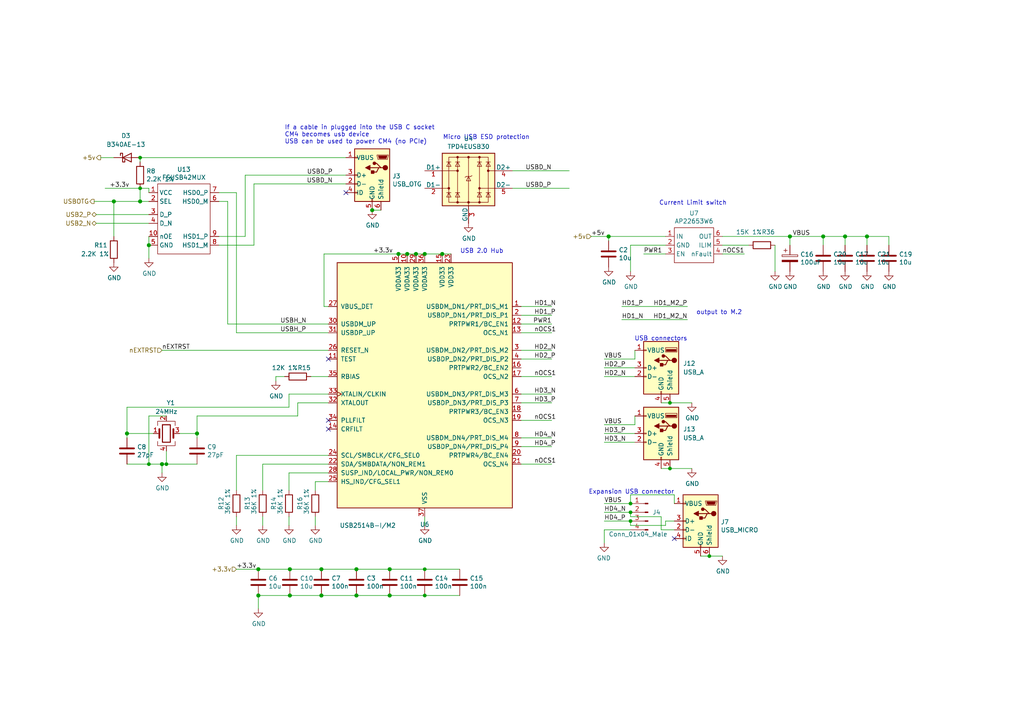
<source format=kicad_sch>
(kicad_sch (version 20220126) (generator eeschema)

  (uuid ae121872-4c9f-495f-b631-8204082b9825)

  (paper "A4")

  (title_block
    (title "Compute Module 4 IO Board - USB")
    (rev "1")
    (company "(c) Raspberry Pi Trading 2020")
    (comment 1 "www.raspberrypi.org")
  )

  (lib_symbols
    (symbol "CM4IO:AP2553W6" (in_bom yes) (on_board yes)
      (property "Reference" "U" (id 0) (at 3.81 -6.35 0)
        (effects (font (size 1.27 1.27)))
      )
      (property "Value" "AP2553W6" (id 1) (at -3.81 -6.35 0)
        (effects (font (size 1.27 1.27)))
      )
      (property "Footprint" "Package_TO_SOT_SMD:SOT-23-6" (id 2) (at 3.81 -6.35 0)
        (effects (font (size 1.27 1.27)) hide)
      )
      (property "Datasheet" "https://www.diodes.com/assets/Datasheets/AP255x.pdf" (id 3) (at 3.81 -6.35 0)
        (effects (font (size 1.27 1.27)) hide)
      )
      (property "Field4" "Digikey" (id 4) (at 0 0 0)
        (effects (font (size 1.27 1.27)) hide)
      )
      (property "Field5" "AP2553W6-7DICT-ND" (id 5) (at 0 0 0)
        (effects (font (size 1.27 1.27)) hide)
      )
      (symbol "AP2553W6_0_0"
        (pin power_in line (at -8.89 2.54 0) (length 2.54)
          (name "IN" (effects (font (size 1.27 1.27))))
          (number "1" (effects (font (size 1.27 1.27))))
        )
        (pin power_out line (at -8.89 0 0) (length 2.54)
          (name "GND" (effects (font (size 1.27 1.27))))
          (number "2" (effects (font (size 1.27 1.27))))
        )
        (pin input line (at -8.89 -2.54 0) (length 2.54)
          (name "EN" (effects (font (size 1.27 1.27))))
          (number "3" (effects (font (size 1.27 1.27))))
        )
        (pin open_collector line (at 7.62 -2.54 180) (length 2.54)
          (name "nFault" (effects (font (size 1.27 1.27))))
          (number "4" (effects (font (size 1.27 1.27))))
        )
        (pin passive line (at 7.62 0 180) (length 2.54)
          (name "ILIM" (effects (font (size 1.27 1.27))))
          (number "5" (effects (font (size 1.27 1.27))))
        )
        (pin power_out line (at 7.62 2.54 180) (length 2.54)
          (name "OUT" (effects (font (size 1.27 1.27))))
          (number "6" (effects (font (size 1.27 1.27))))
        )
      )
      (symbol "AP2553W6_0_1"
        (rectangle (start -6.35 5.08) (end 5.08 -5.08)
          (stroke (width 0) (type default))
          (fill (type none))
        )
      )
    )
    (symbol "CM4IO:FSUSB42MX" (in_bom yes) (on_board yes)
      (property "Reference" "U" (id 0) (at -7.62 20.32 0)
        (effects (font (size 1.27 1.27)))
      )
      (property "Value" "FSUSB42MX" (id 1) (at -2.54 -2.54 0)
        (effects (font (size 1.27 1.27)))
      )
      (property "Footprint" "" (id 2) (at 0 0 0)
        (effects (font (size 1.27 1.27)) hide)
      )
      (property "Datasheet" "" (id 3) (at 0 0 0)
        (effects (font (size 1.27 1.27)) hide)
      )
      (symbol "FSUSB42MX_0_0"
        (pin power_in line (at 8.89 16.51 180) (length 2.54)
          (name "VCC" (effects (font (size 1.27 1.27))))
          (number "1" (effects (font (size 1.27 1.27))))
        )
        (pin input line (at 8.89 3.81 180) (length 2.54)
          (name "nOE" (effects (font (size 1.27 1.27))))
          (number "10" (effects (font (size 1.27 1.27))))
        )
        (pin input line (at 8.89 13.97 180) (length 2.54)
          (name "SEL" (effects (font (size 1.27 1.27))))
          (number "2" (effects (font (size 1.27 1.27))))
        )
        (pin bidirectional line (at 8.89 10.16 180) (length 2.54)
          (name "D_P" (effects (font (size 1.27 1.27))))
          (number "3" (effects (font (size 1.27 1.27))))
        )
        (pin bidirectional line (at 8.89 7.62 180) (length 2.54)
          (name "D_N" (effects (font (size 1.27 1.27))))
          (number "4" (effects (font (size 1.27 1.27))))
        )
        (pin power_in line (at 8.89 1.27 180) (length 2.54)
          (name "GND" (effects (font (size 1.27 1.27))))
          (number "5" (effects (font (size 1.27 1.27))))
        )
        (pin bidirectional line (at -11.43 13.97 0) (length 2.54)
          (name "HSD0_M" (effects (font (size 1.27 1.27))))
          (number "6" (effects (font (size 1.27 1.27))))
        )
        (pin bidirectional line (at -11.43 16.51 0) (length 2.54)
          (name "HSD0_P" (effects (font (size 1.27 1.27))))
          (number "7" (effects (font (size 1.27 1.27))))
        )
        (pin bidirectional line (at -11.43 1.27 0) (length 2.54)
          (name "HSD1_M" (effects (font (size 1.27 1.27))))
          (number "8" (effects (font (size 1.27 1.27))))
        )
        (pin bidirectional line (at -11.43 3.81 0) (length 2.54)
          (name "HSD1_P" (effects (font (size 1.27 1.27))))
          (number "9" (effects (font (size 1.27 1.27))))
        )
      )
      (symbol "FSUSB42MX_0_1"
        (rectangle (start -8.89 19.05) (end 6.35 -1.27)
          (stroke (width 0) (type default))
          (fill (type none))
        )
      )
    )
    (symbol "CM4IO:TPD4EUSB30" (pin_names (offset 0)) (in_bom yes) (on_board yes)
      (property "Reference" "U" (id 0) (at -0.635 8.89 0)
        (effects (font (size 1.27 1.27)))
      )
      (property "Value" "TPD4EUSB30" (id 1) (at 8.89 -10.16 0)
        (effects (font (size 1.27 1.27)))
      )
      (property "Footprint" "Package_SON:USON-10_2.5x1.0mm_P0.5mm" (id 2) (at -24.13 -10.16 0)
        (effects (font (size 1.27 1.27)) hide)
      )
      (property "Datasheet" "http://www.ti.com/lit/ds/symlink/tpd2eusb30a.pdf" (id 3) (at 0 0 0)
        (effects (font (size 1.27 1.27)) hide)
      )
      (property "ki_keywords" "ESD protection USB 3.0" (id 4) (at 0 0 0)
        (effects (font (size 1.27 1.27)) hide)
      )
      (property "ki_description" "4-Channel ESD Protection for Super-Speed USB 3.0 Interface, USON-10" (id 5) (at 0 0 0)
        (effects (font (size 1.27 1.27)) hide)
      )
      (property "ki_fp_filters" "USON*2.5x1.0mm*P0.5mm*" (id 6) (at 0 0 0)
        (effects (font (size 1.27 1.27)) hide)
      )
      (symbol "TPD4EUSB30_0_0"
        (rectangle (start -5.715 6.477) (end 5.715 -6.604)
          (stroke (width 0) (type default))
          (fill (type none))
        )
        (polyline
          (pts
            (xy -3.175 -6.604)
            (xy -3.175 6.477)
          )
          (stroke (width 0) (type default))
          (fill (type none))
        )
        (polyline
          (pts
            (xy 0 6.477)
            (xy 0 -6.604)
          )
          (stroke (width 0) (type default))
          (fill (type none))
        )
        (polyline
          (pts
            (xy 3.175 6.477)
            (xy 3.175 -6.604)
          )
          (stroke (width 0) (type default))
          (fill (type none))
        )
      )
      (symbol "TPD4EUSB30_0_1"
        (rectangle (start -7.62 7.62) (end 7.62 -7.62)
          (stroke (width 0.254) (type default))
          (fill (type background))
        )
        (circle (center -5.715 -2.54) (radius 0.2794)
          (stroke (width 0) (type default))
          (fill (type outline))
        )
        (circle (center -3.175 -6.604) (radius 0.2794)
          (stroke (width 0) (type default))
          (fill (type outline))
        )
        (circle (center -3.175 2.54) (radius 0.2794)
          (stroke (width 0) (type default))
          (fill (type outline))
        )
        (circle (center -3.175 6.477) (radius 0.2794)
          (stroke (width 0) (type default))
          (fill (type outline))
        )
        (circle (center 0 -6.604) (radius 0.2794)
          (stroke (width 0) (type default))
          (fill (type outline))
        )
        (polyline
          (pts
            (xy -7.747 2.54)
            (xy -3.175 2.54)
          )
          (stroke (width 0) (type default))
          (fill (type none))
        )
        (polyline
          (pts
            (xy -7.62 -2.54)
            (xy -5.715 -2.54)
          )
          (stroke (width 0) (type default))
          (fill (type none))
        )
        (polyline
          (pts
            (xy -5.08 -3.81)
            (xy -6.35 -3.81)
          )
          (stroke (width 0) (type default))
          (fill (type none))
        )
        (polyline
          (pts
            (xy -5.08 5.08)
            (xy -6.35 5.08)
          )
          (stroke (width 0) (type default))
          (fill (type none))
        )
        (polyline
          (pts
            (xy -2.54 -3.81)
            (xy -3.81 -3.81)
          )
          (stroke (width 0) (type default))
          (fill (type none))
        )
        (polyline
          (pts
            (xy -2.54 5.08)
            (xy -3.81 5.08)
          )
          (stroke (width 0) (type default))
          (fill (type none))
        )
        (polyline
          (pts
            (xy -0.635 0.889)
            (xy -1.016 0.635)
          )
          (stroke (width 0) (type default))
          (fill (type none))
        )
        (polyline
          (pts
            (xy 0 -6.604)
            (xy 0 -7.62)
          )
          (stroke (width 0) (type default))
          (fill (type none))
        )
        (polyline
          (pts
            (xy 0.635 0.889)
            (xy -0.635 0.889)
          )
          (stroke (width 0) (type default))
          (fill (type none))
        )
        (polyline
          (pts
            (xy 0.635 0.889)
            (xy 1.016 1.143)
          )
          (stroke (width 0) (type default))
          (fill (type none))
        )
        (polyline
          (pts
            (xy 3.81 -3.81)
            (xy 2.54 -3.81)
          )
          (stroke (width 0) (type default))
          (fill (type none))
        )
        (polyline
          (pts
            (xy 3.81 5.08)
            (xy 2.54 5.08)
          )
          (stroke (width 0) (type default))
          (fill (type none))
        )
        (polyline
          (pts
            (xy 6.35 -3.81)
            (xy 5.08 -3.81)
          )
          (stroke (width 0) (type default))
          (fill (type none))
        )
        (polyline
          (pts
            (xy 6.35 5.08)
            (xy 5.08 5.08)
          )
          (stroke (width 0) (type default))
          (fill (type none))
        )
        (polyline
          (pts
            (xy 7.62 -2.54)
            (xy 3.175 -2.54)
          )
          (stroke (width 0) (type default))
          (fill (type none))
        )
        (polyline
          (pts
            (xy 7.62 2.54)
            (xy 5.715 2.54)
          )
          (stroke (width 0) (type default))
          (fill (type none))
        )
        (polyline
          (pts
            (xy -5.08 -5.08)
            (xy -6.35 -5.08)
            (xy -5.715 -3.81)
            (xy -5.08 -5.08)
          )
          (stroke (width 0) (type default))
          (fill (type none))
        )
        (polyline
          (pts
            (xy -5.08 3.81)
            (xy -6.35 3.81)
            (xy -5.715 5.08)
            (xy -5.08 3.81)
          )
          (stroke (width 0) (type default))
          (fill (type none))
        )
        (polyline
          (pts
            (xy -2.54 -5.08)
            (xy -3.81 -5.08)
            (xy -3.175 -3.81)
            (xy -2.54 -5.08)
          )
          (stroke (width 0) (type default))
          (fill (type none))
        )
        (polyline
          (pts
            (xy -2.54 3.81)
            (xy -3.81 3.81)
            (xy -3.175 5.08)
            (xy -2.54 3.81)
          )
          (stroke (width 0) (type default))
          (fill (type none))
        )
        (polyline
          (pts
            (xy 0.635 -0.381)
            (xy -0.635 -0.381)
            (xy 0 0.889)
            (xy 0.635 -0.381)
          )
          (stroke (width 0) (type default))
          (fill (type none))
        )
        (polyline
          (pts
            (xy 3.81 -5.08)
            (xy 2.54 -5.08)
            (xy 3.175 -3.81)
            (xy 3.81 -5.08)
          )
          (stroke (width 0) (type default))
          (fill (type none))
        )
        (polyline
          (pts
            (xy 3.81 3.81)
            (xy 2.54 3.81)
            (xy 3.175 5.08)
            (xy 3.81 3.81)
          )
          (stroke (width 0) (type default))
          (fill (type none))
        )
        (polyline
          (pts
            (xy 6.35 -5.08)
            (xy 5.08 -5.08)
            (xy 5.715 -3.81)
            (xy 6.35 -5.08)
          )
          (stroke (width 0) (type default))
          (fill (type none))
        )
        (polyline
          (pts
            (xy 6.35 3.81)
            (xy 5.08 3.81)
            (xy 5.715 5.08)
            (xy 6.35 3.81)
          )
          (stroke (width 0) (type default))
          (fill (type none))
        )
        (circle (center 0 6.477) (radius 0.2794)
          (stroke (width 0) (type default))
          (fill (type outline))
        )
        (circle (center 3.175 -6.604) (radius 0.2794)
          (stroke (width 0) (type default))
          (fill (type outline))
        )
        (circle (center 3.175 -2.54) (radius 0.2794)
          (stroke (width 0) (type default))
          (fill (type outline))
        )
        (circle (center 3.175 6.477) (radius 0.2794)
          (stroke (width 0) (type default))
          (fill (type outline))
        )
        (circle (center 5.715 2.54) (radius 0.2794)
          (stroke (width 0) (type default))
          (fill (type outline))
        )
      )
      (symbol "TPD4EUSB30_1_1"
        (pin passive line (at -12.7 2.54 0) (length 5.08)
          (name "D1+" (effects (font (size 1.27 1.27))))
          (number "1" (effects (font (size 1.27 1.27))))
        )
        (pin passive line (at -12.7 2.54 0) (length 5.08) hide
          (name "~" (effects (font (size 1.27 1.27))))
          (number "10" (effects (font (size 1.27 1.27))))
        )
        (pin passive line (at -12.7 -2.54 0) (length 5.08)
          (name "D1-" (effects (font (size 1.27 1.27))))
          (number "2" (effects (font (size 1.27 1.27))))
        )
        (pin power_in line (at 0 -12.7 90) (length 5.08)
          (name "GND" (effects (font (size 1.27 1.27))))
          (number "3" (effects (font (size 1.27 1.27))))
        )
        (pin passive line (at 12.7 2.54 180) (length 5.08)
          (name "D2+" (effects (font (size 1.27 1.27))))
          (number "4" (effects (font (size 1.27 1.27))))
        )
        (pin passive line (at 12.7 -2.54 180) (length 5.08)
          (name "D2-" (effects (font (size 1.27 1.27))))
          (number "5" (effects (font (size 1.27 1.27))))
        )
        (pin passive line (at 12.7 -2.54 180) (length 5.08) hide
          (name "~" (effects (font (size 1.27 1.27))))
          (number "6" (effects (font (size 1.27 1.27))))
        )
        (pin passive line (at 12.7 2.54 180) (length 5.08) hide
          (name "~" (effects (font (size 1.27 1.27))))
          (number "7" (effects (font (size 1.27 1.27))))
        )
        (pin passive line (at 0 -12.7 90) (length 5.08) hide
          (name "GND" (effects (font (size 1.27 1.27))))
          (number "8" (effects (font (size 1.27 1.27))))
        )
        (pin passive line (at -12.7 -2.54 0) (length 5.08) hide
          (name "~" (effects (font (size 1.27 1.27))))
          (number "9" (effects (font (size 1.27 1.27))))
        )
      )
    )
    (symbol "Connector:Conn_01x04_Male" (pin_names (offset 1.016) hide) (in_bom yes) (on_board yes)
      (property "Reference" "J" (id 0) (at 0 5.08 0)
        (effects (font (size 1.27 1.27)))
      )
      (property "Value" "Conn_01x04_Male" (id 1) (at 0 -7.62 0)
        (effects (font (size 1.27 1.27)))
      )
      (property "Footprint" "" (id 2) (at 0 0 0)
        (effects (font (size 1.27 1.27)) hide)
      )
      (property "Datasheet" "~" (id 3) (at 0 0 0)
        (effects (font (size 1.27 1.27)) hide)
      )
      (property "ki_keywords" "connector" (id 4) (at 0 0 0)
        (effects (font (size 1.27 1.27)) hide)
      )
      (property "ki_description" "Generic connector, single row, 01x04, script generated (kicad-library-utils/schlib/autogen/connector/)" (id 5) (at 0 0 0)
        (effects (font (size 1.27 1.27)) hide)
      )
      (property "ki_fp_filters" "Connector*:*_1x??_*" (id 6) (at 0 0 0)
        (effects (font (size 1.27 1.27)) hide)
      )
      (symbol "Conn_01x04_Male_1_1"
        (polyline
          (pts
            (xy 1.27 -5.08)
            (xy 0.8636 -5.08)
          )
          (stroke (width 0.1524) (type default))
          (fill (type none))
        )
        (polyline
          (pts
            (xy 1.27 -2.54)
            (xy 0.8636 -2.54)
          )
          (stroke (width 0.1524) (type default))
          (fill (type none))
        )
        (polyline
          (pts
            (xy 1.27 0)
            (xy 0.8636 0)
          )
          (stroke (width 0.1524) (type default))
          (fill (type none))
        )
        (polyline
          (pts
            (xy 1.27 2.54)
            (xy 0.8636 2.54)
          )
          (stroke (width 0.1524) (type default))
          (fill (type none))
        )
        (rectangle (start 0.8636 -4.953) (end 0 -5.207)
          (stroke (width 0.1524) (type default))
          (fill (type outline))
        )
        (rectangle (start 0.8636 -2.413) (end 0 -2.667)
          (stroke (width 0.1524) (type default))
          (fill (type outline))
        )
        (rectangle (start 0.8636 0.127) (end 0 -0.127)
          (stroke (width 0.1524) (type default))
          (fill (type outline))
        )
        (rectangle (start 0.8636 2.667) (end 0 2.413)
          (stroke (width 0.1524) (type default))
          (fill (type outline))
        )
        (pin passive line (at 5.08 2.54 180) (length 3.81)
          (name "Pin_1" (effects (font (size 1.27 1.27))))
          (number "1" (effects (font (size 1.27 1.27))))
        )
        (pin passive line (at 5.08 0 180) (length 3.81)
          (name "Pin_2" (effects (font (size 1.27 1.27))))
          (number "2" (effects (font (size 1.27 1.27))))
        )
        (pin passive line (at 5.08 -2.54 180) (length 3.81)
          (name "Pin_3" (effects (font (size 1.27 1.27))))
          (number "3" (effects (font (size 1.27 1.27))))
        )
        (pin passive line (at 5.08 -5.08 180) (length 3.81)
          (name "Pin_4" (effects (font (size 1.27 1.27))))
          (number "4" (effects (font (size 1.27 1.27))))
        )
      )
    )
    (symbol "Connector:USB_A" (pin_names (offset 1.016)) (in_bom yes) (on_board yes)
      (property "Reference" "J" (id 0) (at -5.08 11.43 0)
        (effects (font (size 1.27 1.27)) (justify left))
      )
      (property "Value" "USB_A" (id 1) (at -5.08 8.89 0)
        (effects (font (size 1.27 1.27)) (justify left))
      )
      (property "Footprint" "" (id 2) (at 3.81 -1.27 0)
        (effects (font (size 1.27 1.27)) hide)
      )
      (property "Datasheet" " ~" (id 3) (at 3.81 -1.27 0)
        (effects (font (size 1.27 1.27)) hide)
      )
      (property "ki_keywords" "connector USB" (id 4) (at 0 0 0)
        (effects (font (size 1.27 1.27)) hide)
      )
      (property "ki_description" "USB Type A connector" (id 5) (at 0 0 0)
        (effects (font (size 1.27 1.27)) hide)
      )
      (property "ki_fp_filters" "USB*" (id 6) (at 0 0 0)
        (effects (font (size 1.27 1.27)) hide)
      )
      (symbol "USB_A_0_1"
        (rectangle (start -5.08 -7.62) (end 5.08 7.62)
          (stroke (width 0.254) (type default))
          (fill (type background))
        )
        (circle (center -3.81 2.159) (radius 0.635)
          (stroke (width 0.254) (type default))
          (fill (type outline))
        )
        (rectangle (start -1.524 4.826) (end -4.318 5.334)
          (stroke (width 0) (type default))
          (fill (type outline))
        )
        (rectangle (start -1.27 4.572) (end -4.572 5.842)
          (stroke (width 0) (type default))
          (fill (type none))
        )
        (circle (center -0.635 3.429) (radius 0.381)
          (stroke (width 0.254) (type default))
          (fill (type outline))
        )
        (rectangle (start -0.127 -7.62) (end 0.127 -6.858)
          (stroke (width 0) (type default))
          (fill (type none))
        )
        (polyline
          (pts
            (xy -3.175 2.159)
            (xy -2.54 2.159)
            (xy -1.27 3.429)
            (xy -0.635 3.429)
          )
          (stroke (width 0.254) (type default))
          (fill (type none))
        )
        (polyline
          (pts
            (xy -2.54 2.159)
            (xy -1.905 2.159)
            (xy -1.27 0.889)
            (xy 0 0.889)
          )
          (stroke (width 0.254) (type default))
          (fill (type none))
        )
        (polyline
          (pts
            (xy 0.635 2.794)
            (xy 0.635 1.524)
            (xy 1.905 2.159)
            (xy 0.635 2.794)
          )
          (stroke (width 0.254) (type default))
          (fill (type outline))
        )
        (rectangle (start 0.254 1.27) (end -0.508 0.508)
          (stroke (width 0.254) (type default))
          (fill (type outline))
        )
        (rectangle (start 5.08 -2.667) (end 4.318 -2.413)
          (stroke (width 0) (type default))
          (fill (type none))
        )
        (rectangle (start 5.08 -0.127) (end 4.318 0.127)
          (stroke (width 0) (type default))
          (fill (type none))
        )
        (rectangle (start 5.08 4.953) (end 4.318 5.207)
          (stroke (width 0) (type default))
          (fill (type none))
        )
      )
      (symbol "USB_A_1_1"
        (polyline
          (pts
            (xy -1.905 2.159)
            (xy 0.635 2.159)
          )
          (stroke (width 0.254) (type default))
          (fill (type none))
        )
        (pin power_in line (at 7.62 5.08 180) (length 2.54)
          (name "VBUS" (effects (font (size 1.27 1.27))))
          (number "1" (effects (font (size 1.27 1.27))))
        )
        (pin bidirectional line (at 7.62 -2.54 180) (length 2.54)
          (name "D-" (effects (font (size 1.27 1.27))))
          (number "2" (effects (font (size 1.27 1.27))))
        )
        (pin bidirectional line (at 7.62 0 180) (length 2.54)
          (name "D+" (effects (font (size 1.27 1.27))))
          (number "3" (effects (font (size 1.27 1.27))))
        )
        (pin power_in line (at 0 -10.16 90) (length 2.54)
          (name "GND" (effects (font (size 1.27 1.27))))
          (number "4" (effects (font (size 1.27 1.27))))
        )
        (pin passive line (at -2.54 -10.16 90) (length 2.54)
          (name "Shield" (effects (font (size 1.27 1.27))))
          (number "5" (effects (font (size 1.27 1.27))))
        )
      )
    )
    (symbol "Connector:USB_OTG" (in_bom yes) (on_board yes)
      (property "Reference" "J" (id 0) (at -5.08 11.43 0)
        (effects (font (size 1.27 1.27)) (justify left))
      )
      (property "Value" "USB_OTG" (id 1) (at -5.08 8.89 0)
        (effects (font (size 1.27 1.27)) (justify left))
      )
      (property "Footprint" "" (id 2) (at 3.81 -1.27 0)
        (effects (font (size 1.27 1.27)) hide)
      )
      (property "Datasheet" " ~" (id 3) (at 3.81 -1.27 0)
        (effects (font (size 1.27 1.27)) hide)
      )
      (property "ki_keywords" "connector USB" (id 4) (at 0 0 0)
        (effects (font (size 1.27 1.27)) hide)
      )
      (property "ki_description" "USB mini/micro connector" (id 5) (at 0 0 0)
        (effects (font (size 1.27 1.27)) hide)
      )
      (property "ki_fp_filters" "USB*" (id 6) (at 0 0 0)
        (effects (font (size 1.27 1.27)) hide)
      )
      (symbol "USB_OTG_0_1"
        (rectangle (start -5.08 -7.62) (end 5.08 7.62)
          (stroke (width 0.254) (type default))
          (fill (type background))
        )
        (circle (center -3.81 2.159) (radius 0.635)
          (stroke (width 0.254) (type default))
          (fill (type outline))
        )
        (circle (center -0.635 3.429) (radius 0.381)
          (stroke (width 0.254) (type default))
          (fill (type outline))
        )
        (rectangle (start -0.127 -7.62) (end 0.127 -6.858)
          (stroke (width 0) (type default))
          (fill (type none))
        )
        (polyline
          (pts
            (xy -1.905 2.159)
            (xy 0.635 2.159)
          )
          (stroke (width 0.254) (type default))
          (fill (type none))
        )
        (polyline
          (pts
            (xy -3.175 2.159)
            (xy -2.54 2.159)
            (xy -1.27 3.429)
            (xy -0.635 3.429)
          )
          (stroke (width 0.254) (type default))
          (fill (type none))
        )
        (polyline
          (pts
            (xy -2.54 2.159)
            (xy -1.905 2.159)
            (xy -1.27 0.889)
            (xy 0 0.889)
          )
          (stroke (width 0.254) (type default))
          (fill (type none))
        )
        (polyline
          (pts
            (xy 0.635 2.794)
            (xy 0.635 1.524)
            (xy 1.905 2.159)
            (xy 0.635 2.794)
          )
          (stroke (width 0.254) (type default))
          (fill (type outline))
        )
        (polyline
          (pts
            (xy -4.318 5.588)
            (xy -1.778 5.588)
            (xy -2.032 4.826)
            (xy -4.064 4.826)
            (xy -4.318 5.588)
          )
          (stroke (width 0) (type default))
          (fill (type outline))
        )
        (polyline
          (pts
            (xy -4.699 5.842)
            (xy -4.699 5.588)
            (xy -4.445 4.826)
            (xy -4.445 4.572)
            (xy -1.651 4.572)
            (xy -1.651 4.826)
            (xy -1.397 5.588)
            (xy -1.397 5.842)
            (xy -4.699 5.842)
          )
          (stroke (width 0) (type default))
          (fill (type none))
        )
        (rectangle (start 0.254 1.27) (end -0.508 0.508)
          (stroke (width 0.254) (type default))
          (fill (type outline))
        )
        (rectangle (start 5.08 -5.207) (end 4.318 -4.953)
          (stroke (width 0) (type default))
          (fill (type none))
        )
        (rectangle (start 5.08 -2.667) (end 4.318 -2.413)
          (stroke (width 0) (type default))
          (fill (type none))
        )
        (rectangle (start 5.08 -0.127) (end 4.318 0.127)
          (stroke (width 0) (type default))
          (fill (type none))
        )
        (rectangle (start 5.08 4.953) (end 4.318 5.207)
          (stroke (width 0) (type default))
          (fill (type none))
        )
      )
      (symbol "USB_OTG_1_1"
        (pin power_in line (at 7.62 5.08 180) (length 2.54)
          (name "VBUS" (effects (font (size 1.27 1.27))))
          (number "1" (effects (font (size 1.27 1.27))))
        )
        (pin passive line (at 7.62 -2.54 180) (length 2.54)
          (name "D-" (effects (font (size 1.27 1.27))))
          (number "2" (effects (font (size 1.27 1.27))))
        )
        (pin passive line (at 7.62 0 180) (length 2.54)
          (name "D+" (effects (font (size 1.27 1.27))))
          (number "3" (effects (font (size 1.27 1.27))))
        )
        (pin passive line (at 7.62 -5.08 180) (length 2.54)
          (name "ID" (effects (font (size 1.27 1.27))))
          (number "4" (effects (font (size 1.27 1.27))))
        )
        (pin power_in line (at 0 -10.16 90) (length 2.54)
          (name "GND" (effects (font (size 1.27 1.27))))
          (number "5" (effects (font (size 1.27 1.27))))
        )
        (pin passive line (at -2.54 -10.16 90) (length 2.54)
          (name "Shield" (effects (font (size 1.27 1.27))))
          (number "6" (effects (font (size 1.27 1.27))))
        )
      )
    )
    (symbol "Device:C" (pin_numbers hide) (pin_names (offset 0.254)) (in_bom yes) (on_board yes)
      (property "Reference" "C" (id 0) (at 0.635 2.54 0)
        (effects (font (size 1.27 1.27)) (justify left))
      )
      (property "Value" "C" (id 1) (at 0.635 -2.54 0)
        (effects (font (size 1.27 1.27)) (justify left))
      )
      (property "Footprint" "" (id 2) (at 0.9652 -3.81 0)
        (effects (font (size 1.27 1.27)) hide)
      )
      (property "Datasheet" "~" (id 3) (at 0 0 0)
        (effects (font (size 1.27 1.27)) hide)
      )
      (property "ki_keywords" "cap capacitor" (id 4) (at 0 0 0)
        (effects (font (size 1.27 1.27)) hide)
      )
      (property "ki_description" "Unpolarized capacitor" (id 5) (at 0 0 0)
        (effects (font (size 1.27 1.27)) hide)
      )
      (property "ki_fp_filters" "C_*" (id 6) (at 0 0 0)
        (effects (font (size 1.27 1.27)) hide)
      )
      (symbol "C_0_1"
        (polyline
          (pts
            (xy -2.032 -0.762)
            (xy 2.032 -0.762)
          )
          (stroke (width 0.508) (type default))
          (fill (type none))
        )
        (polyline
          (pts
            (xy -2.032 0.762)
            (xy 2.032 0.762)
          )
          (stroke (width 0.508) (type default))
          (fill (type none))
        )
      )
      (symbol "C_1_1"
        (pin passive line (at 0 3.81 270) (length 2.794)
          (name "~" (effects (font (size 1.27 1.27))))
          (number "1" (effects (font (size 1.27 1.27))))
        )
        (pin passive line (at 0 -3.81 90) (length 2.794)
          (name "~" (effects (font (size 1.27 1.27))))
          (number "2" (effects (font (size 1.27 1.27))))
        )
      )
    )
    (symbol "Device:CP" (pin_numbers hide) (pin_names (offset 0.254)) (in_bom yes) (on_board yes)
      (property "Reference" "C" (id 0) (at 0.635 2.54 0)
        (effects (font (size 1.27 1.27)) (justify left))
      )
      (property "Value" "CP" (id 1) (at 0.635 -2.54 0)
        (effects (font (size 1.27 1.27)) (justify left))
      )
      (property "Footprint" "" (id 2) (at 0.9652 -3.81 0)
        (effects (font (size 1.27 1.27)) hide)
      )
      (property "Datasheet" "~" (id 3) (at 0 0 0)
        (effects (font (size 1.27 1.27)) hide)
      )
      (property "ki_keywords" "cap capacitor" (id 4) (at 0 0 0)
        (effects (font (size 1.27 1.27)) hide)
      )
      (property "ki_description" "Polarized capacitor" (id 5) (at 0 0 0)
        (effects (font (size 1.27 1.27)) hide)
      )
      (property "ki_fp_filters" "CP_*" (id 6) (at 0 0 0)
        (effects (font (size 1.27 1.27)) hide)
      )
      (symbol "CP_0_1"
        (rectangle (start -2.286 0.508) (end 2.286 1.016)
          (stroke (width 0) (type default))
          (fill (type none))
        )
        (polyline
          (pts
            (xy -1.778 2.286)
            (xy -0.762 2.286)
          )
          (stroke (width 0) (type default))
          (fill (type none))
        )
        (polyline
          (pts
            (xy -1.27 2.794)
            (xy -1.27 1.778)
          )
          (stroke (width 0) (type default))
          (fill (type none))
        )
        (rectangle (start 2.286 -0.508) (end -2.286 -1.016)
          (stroke (width 0) (type default))
          (fill (type outline))
        )
      )
      (symbol "CP_1_1"
        (pin passive line (at 0 3.81 270) (length 2.794)
          (name "~" (effects (font (size 1.27 1.27))))
          (number "1" (effects (font (size 1.27 1.27))))
        )
        (pin passive line (at 0 -3.81 90) (length 2.794)
          (name "~" (effects (font (size 1.27 1.27))))
          (number "2" (effects (font (size 1.27 1.27))))
        )
      )
    )
    (symbol "Device:Crystal_GND24" (pin_names (offset 1.016) hide) (in_bom yes) (on_board yes)
      (property "Reference" "Y" (id 0) (at 3.175 5.08 0)
        (effects (font (size 1.27 1.27)) (justify left))
      )
      (property "Value" "Crystal_GND24" (id 1) (at 3.175 3.175 0)
        (effects (font (size 1.27 1.27)) (justify left))
      )
      (property "Footprint" "" (id 2) (at 0 0 0)
        (effects (font (size 1.27 1.27)) hide)
      )
      (property "Datasheet" "~" (id 3) (at 0 0 0)
        (effects (font (size 1.27 1.27)) hide)
      )
      (property "ki_keywords" "quartz ceramic resonator oscillator" (id 4) (at 0 0 0)
        (effects (font (size 1.27 1.27)) hide)
      )
      (property "ki_description" "Four pin crystal, GND on pins 2 and 4" (id 5) (at 0 0 0)
        (effects (font (size 1.27 1.27)) hide)
      )
      (property "ki_fp_filters" "Crystal*" (id 6) (at 0 0 0)
        (effects (font (size 1.27 1.27)) hide)
      )
      (symbol "Crystal_GND24_0_1"
        (rectangle (start -1.143 2.54) (end 1.143 -2.54)
          (stroke (width 0.3048) (type default))
          (fill (type none))
        )
        (polyline
          (pts
            (xy -2.54 0)
            (xy -2.032 0)
          )
          (stroke (width 0) (type default))
          (fill (type none))
        )
        (polyline
          (pts
            (xy -2.032 -1.27)
            (xy -2.032 1.27)
          )
          (stroke (width 0.508) (type default))
          (fill (type none))
        )
        (polyline
          (pts
            (xy 0 -3.81)
            (xy 0 -3.556)
          )
          (stroke (width 0) (type default))
          (fill (type none))
        )
        (polyline
          (pts
            (xy 0 3.556)
            (xy 0 3.81)
          )
          (stroke (width 0) (type default))
          (fill (type none))
        )
        (polyline
          (pts
            (xy 2.032 -1.27)
            (xy 2.032 1.27)
          )
          (stroke (width 0.508) (type default))
          (fill (type none))
        )
        (polyline
          (pts
            (xy 2.032 0)
            (xy 2.54 0)
          )
          (stroke (width 0) (type default))
          (fill (type none))
        )
        (polyline
          (pts
            (xy -2.54 -2.286)
            (xy -2.54 -3.556)
            (xy 2.54 -3.556)
            (xy 2.54 -2.286)
          )
          (stroke (width 0) (type default))
          (fill (type none))
        )
        (polyline
          (pts
            (xy -2.54 2.286)
            (xy -2.54 3.556)
            (xy 2.54 3.556)
            (xy 2.54 2.286)
          )
          (stroke (width 0) (type default))
          (fill (type none))
        )
      )
      (symbol "Crystal_GND24_1_1"
        (pin passive line (at -3.81 0 0) (length 1.27)
          (name "1" (effects (font (size 1.27 1.27))))
          (number "1" (effects (font (size 1.27 1.27))))
        )
        (pin passive line (at 0 5.08 270) (length 1.27)
          (name "2" (effects (font (size 1.27 1.27))))
          (number "2" (effects (font (size 1.27 1.27))))
        )
        (pin passive line (at 3.81 0 180) (length 1.27)
          (name "3" (effects (font (size 1.27 1.27))))
          (number "3" (effects (font (size 1.27 1.27))))
        )
        (pin passive line (at 0 -5.08 90) (length 1.27)
          (name "4" (effects (font (size 1.27 1.27))))
          (number "4" (effects (font (size 1.27 1.27))))
        )
      )
    )
    (symbol "Device:R" (pin_numbers hide) (pin_names (offset 0)) (in_bom yes) (on_board yes)
      (property "Reference" "R" (id 0) (at 2.032 0 90)
        (effects (font (size 1.27 1.27)))
      )
      (property "Value" "R" (id 1) (at 0 0 90)
        (effects (font (size 1.27 1.27)))
      )
      (property "Footprint" "" (id 2) (at -1.778 0 90)
        (effects (font (size 1.27 1.27)) hide)
      )
      (property "Datasheet" "~" (id 3) (at 0 0 0)
        (effects (font (size 1.27 1.27)) hide)
      )
      (property "ki_keywords" "R res resistor" (id 4) (at 0 0 0)
        (effects (font (size 1.27 1.27)) hide)
      )
      (property "ki_description" "Resistor" (id 5) (at 0 0 0)
        (effects (font (size 1.27 1.27)) hide)
      )
      (property "ki_fp_filters" "R_*" (id 6) (at 0 0 0)
        (effects (font (size 1.27 1.27)) hide)
      )
      (symbol "R_0_1"
        (rectangle (start -1.016 -2.54) (end 1.016 2.54)
          (stroke (width 0.254) (type default))
          (fill (type none))
        )
      )
      (symbol "R_1_1"
        (pin passive line (at 0 3.81 270) (length 1.27)
          (name "~" (effects (font (size 1.27 1.27))))
          (number "1" (effects (font (size 1.27 1.27))))
        )
        (pin passive line (at 0 -3.81 90) (length 1.27)
          (name "~" (effects (font (size 1.27 1.27))))
          (number "2" (effects (font (size 1.27 1.27))))
        )
      )
    )
    (symbol "Diode:B340" (pin_numbers hide) (pin_names (offset 1.016) hide) (in_bom yes) (on_board yes)
      (property "Reference" "D" (id 0) (at 0 2.54 0)
        (effects (font (size 1.27 1.27)))
      )
      (property "Value" "B340" (id 1) (at 0 -2.54 0)
        (effects (font (size 1.27 1.27)))
      )
      (property "Footprint" "Diode_SMD:D_SMC" (id 2) (at 0 -4.445 0)
        (effects (font (size 1.27 1.27)) hide)
      )
      (property "Datasheet" "http://www.jameco.com/Jameco/Products/ProdDS/1538777.pdf" (id 3) (at 0 0 0)
        (effects (font (size 1.27 1.27)) hide)
      )
      (property "ki_keywords" "diode Schottky" (id 4) (at 0 0 0)
        (effects (font (size 1.27 1.27)) hide)
      )
      (property "ki_description" "40V 3A Schottky Barrier Rectifier Diode, SMC" (id 5) (at 0 0 0)
        (effects (font (size 1.27 1.27)) hide)
      )
      (property "ki_fp_filters" "D*SMC*" (id 6) (at 0 0 0)
        (effects (font (size 1.27 1.27)) hide)
      )
      (symbol "B340_0_1"
        (polyline
          (pts
            (xy 1.27 0)
            (xy -1.27 0)
          )
          (stroke (width 0) (type default))
          (fill (type none))
        )
        (polyline
          (pts
            (xy 1.27 1.27)
            (xy 1.27 -1.27)
            (xy -1.27 0)
            (xy 1.27 1.27)
          )
          (stroke (width 0.254) (type default))
          (fill (type none))
        )
        (polyline
          (pts
            (xy -1.905 0.635)
            (xy -1.905 1.27)
            (xy -1.27 1.27)
            (xy -1.27 -1.27)
            (xy -0.635 -1.27)
            (xy -0.635 -0.635)
          )
          (stroke (width 0.254) (type default))
          (fill (type none))
        )
      )
      (symbol "B340_1_1"
        (pin passive line (at -3.81 0 0) (length 2.54)
          (name "K" (effects (font (size 1.27 1.27))))
          (number "1" (effects (font (size 1.27 1.27))))
        )
        (pin passive line (at 3.81 0 180) (length 2.54)
          (name "A" (effects (font (size 1.27 1.27))))
          (number "2" (effects (font (size 1.27 1.27))))
        )
      )
    )
    (symbol "Interface_USB:USB2514B_Bi" (pin_names (offset 1.016)) (in_bom yes) (on_board yes)
      (property "Reference" "U" (id 0) (at -17.78 40.64 0)
        (effects (font (size 1.27 1.27)))
      )
      (property "Value" "USB2514B_Bi" (id 1) (at -20.32 38.1 0)
        (effects (font (size 1.27 1.27)))
      )
      (property "Footprint" "Package_DFN_QFN:QFN-36-1EP_6x6mm_P0.5mm_EP3.7x3.7mm" (id 2) (at 33.02 -38.1 0)
        (effects (font (size 1.27 1.27)) hide)
      )
      (property "Datasheet" "http://ww1.microchip.com/downloads/en/DeviceDoc/00001692C.pdf" (id 3) (at 40.64 -40.64 0)
        (effects (font (size 1.27 1.27)) hide)
      )
      (property "ki_keywords" "USB2.0 Hi-Speed-USB-Hub Hub-Controller" (id 4) (at 0 0 0)
        (effects (font (size 1.27 1.27)) hide)
      )
      (property "ki_description" "USB 2.0 Hi-Speed Hub Controller" (id 5) (at 0 0 0)
        (effects (font (size 1.27 1.27)) hide)
      )
      (property "ki_fp_filters" "QFN*6x6mm*P0.5mm*" (id 6) (at 0 0 0)
        (effects (font (size 1.27 1.27)) hide)
      )
      (symbol "USB2514B_Bi_0_1"
        (rectangle (start -25.4 35.56) (end 25.4 -35.56)
          (stroke (width 0.254) (type default))
          (fill (type background))
        )
      )
      (symbol "USB2514B_Bi_1_1"
        (pin bidirectional line (at 27.94 22.86 180) (length 2.54)
          (name "USBDM_DN1/PRT_DIS_M1" (effects (font (size 1.27 1.27))))
          (number "1" (effects (font (size 1.27 1.27))))
        )
        (pin power_in line (at -5.08 38.1 270) (length 2.54)
          (name "VDDA33" (effects (font (size 1.27 1.27))))
          (number "10" (effects (font (size 1.27 1.27))))
        )
        (pin input line (at -27.94 7.62 0) (length 2.54)
          (name "TEST" (effects (font (size 1.27 1.27))))
          (number "11" (effects (font (size 1.27 1.27))))
        )
        (pin bidirectional line (at 27.94 17.78 180) (length 2.54)
          (name "PRTPWR1/BC_EN1" (effects (font (size 1.27 1.27))))
          (number "12" (effects (font (size 1.27 1.27))))
        )
        (pin input line (at 27.94 15.24 180) (length 2.54)
          (name "OCS_N1" (effects (font (size 1.27 1.27))))
          (number "13" (effects (font (size 1.27 1.27))))
        )
        (pin input line (at -27.94 -12.7 0) (length 2.54)
          (name "CRFILT" (effects (font (size 1.27 1.27))))
          (number "14" (effects (font (size 1.27 1.27))))
        )
        (pin power_in line (at 5.08 38.1 270) (length 2.54)
          (name "VDD33" (effects (font (size 1.27 1.27))))
          (number "15" (effects (font (size 1.27 1.27))))
        )
        (pin bidirectional line (at 27.94 5.08 180) (length 2.54)
          (name "PRTPWR2/BC_EN2" (effects (font (size 1.27 1.27))))
          (number "16" (effects (font (size 1.27 1.27))))
        )
        (pin input line (at 27.94 2.54 180) (length 2.54)
          (name "OCS_N2" (effects (font (size 1.27 1.27))))
          (number "17" (effects (font (size 1.27 1.27))))
        )
        (pin bidirectional line (at 27.94 -7.62 180) (length 2.54)
          (name "PRTPWR3/BC_EN3" (effects (font (size 1.27 1.27))))
          (number "18" (effects (font (size 1.27 1.27))))
        )
        (pin input line (at 27.94 -10.16 180) (length 2.54)
          (name "OCS_N3" (effects (font (size 1.27 1.27))))
          (number "19" (effects (font (size 1.27 1.27))))
        )
        (pin bidirectional line (at 27.94 20.32 180) (length 2.54)
          (name "USBDP_DN1/PRT_DIS_P1" (effects (font (size 1.27 1.27))))
          (number "2" (effects (font (size 1.27 1.27))))
        )
        (pin bidirectional line (at 27.94 -20.32 180) (length 2.54)
          (name "PRTPWR4/BC_EN4" (effects (font (size 1.27 1.27))))
          (number "20" (effects (font (size 1.27 1.27))))
        )
        (pin input line (at 27.94 -22.86 180) (length 2.54)
          (name "OCS_N4" (effects (font (size 1.27 1.27))))
          (number "21" (effects (font (size 1.27 1.27))))
        )
        (pin bidirectional line (at -27.94 -22.86 0) (length 2.54)
          (name "SDA/SMBDATA/NON_REM1" (effects (font (size 1.27 1.27))))
          (number "22" (effects (font (size 1.27 1.27))))
        )
        (pin power_in line (at 7.62 38.1 270) (length 2.54)
          (name "VDD33" (effects (font (size 1.27 1.27))))
          (number "23" (effects (font (size 1.27 1.27))))
        )
        (pin bidirectional line (at -27.94 -20.32 0) (length 2.54)
          (name "SCL/SMBCLK/CFG_SEL0" (effects (font (size 1.27 1.27))))
          (number "24" (effects (font (size 1.27 1.27))))
        )
        (pin bidirectional line (at -27.94 -27.94 0) (length 2.54)
          (name "HS_IND/CFG_SEL1" (effects (font (size 1.27 1.27))))
          (number "25" (effects (font (size 1.27 1.27))))
        )
        (pin input line (at -27.94 10.16 0) (length 2.54)
          (name "RESET_N" (effects (font (size 1.27 1.27))))
          (number "26" (effects (font (size 1.27 1.27))))
        )
        (pin input line (at -27.94 22.86 0) (length 2.54)
          (name "VBUS_DET" (effects (font (size 1.27 1.27))))
          (number "27" (effects (font (size 1.27 1.27))))
        )
        (pin bidirectional line (at -27.94 -25.4 0) (length 2.54)
          (name "SUSP_IND/LOCAL_PWR/NON_REM0" (effects (font (size 1.27 1.27))))
          (number "28" (effects (font (size 1.27 1.27))))
        )
        (pin power_in line (at -2.54 38.1 270) (length 2.54)
          (name "VDDA33" (effects (font (size 1.27 1.27))))
          (number "29" (effects (font (size 1.27 1.27))))
        )
        (pin bidirectional line (at 27.94 10.16 180) (length 2.54)
          (name "USBDM_DN2/PRT_DIS_M2" (effects (font (size 1.27 1.27))))
          (number "3" (effects (font (size 1.27 1.27))))
        )
        (pin bidirectional line (at -27.94 17.78 0) (length 2.54)
          (name "USBDM_UP" (effects (font (size 1.27 1.27))))
          (number "30" (effects (font (size 1.27 1.27))))
        )
        (pin bidirectional line (at -27.94 15.24 0) (length 2.54)
          (name "USBDP_UP" (effects (font (size 1.27 1.27))))
          (number "31" (effects (font (size 1.27 1.27))))
        )
        (pin output line (at -27.94 -5.08 0) (length 2.54)
          (name "XTALOUT" (effects (font (size 1.27 1.27))))
          (number "32" (effects (font (size 1.27 1.27))))
        )
        (pin input clock (at -27.94 -2.54 0) (length 2.54)
          (name "XTALIN/CLKIN" (effects (font (size 1.27 1.27))))
          (number "33" (effects (font (size 1.27 1.27))))
        )
        (pin input line (at -27.94 -10.16 0) (length 2.54)
          (name "PLLFILT" (effects (font (size 1.27 1.27))))
          (number "34" (effects (font (size 1.27 1.27))))
        )
        (pin input line (at -27.94 2.54 0) (length 2.54)
          (name "RBIAS" (effects (font (size 1.27 1.27))))
          (number "35" (effects (font (size 1.27 1.27))))
        )
        (pin power_in line (at 0 38.1 270) (length 2.54)
          (name "VDDA33" (effects (font (size 1.27 1.27))))
          (number "36" (effects (font (size 1.27 1.27))))
        )
        (pin power_in line (at 0 -38.1 90) (length 2.54)
          (name "VSS" (effects (font (size 1.27 1.27))))
          (number "37" (effects (font (size 1.27 1.27))))
        )
        (pin bidirectional line (at 27.94 7.62 180) (length 2.54)
          (name "USBDP_DN2/PRT_DIS_P2" (effects (font (size 1.27 1.27))))
          (number "4" (effects (font (size 1.27 1.27))))
        )
        (pin power_in line (at -7.62 38.1 270) (length 2.54)
          (name "VDDA33" (effects (font (size 1.27 1.27))))
          (number "5" (effects (font (size 1.27 1.27))))
        )
        (pin bidirectional line (at 27.94 -2.54 180) (length 2.54)
          (name "USBDM_DN3/PRT_DIS_M3" (effects (font (size 1.27 1.27))))
          (number "6" (effects (font (size 1.27 1.27))))
        )
        (pin bidirectional line (at 27.94 -5.08 180) (length 2.54)
          (name "USBDP_DN3/PRT_DIS_P3" (effects (font (size 1.27 1.27))))
          (number "7" (effects (font (size 1.27 1.27))))
        )
        (pin bidirectional line (at 27.94 -15.24 180) (length 2.54)
          (name "USBDM_DN4/PRT_DIS_M4" (effects (font (size 1.27 1.27))))
          (number "8" (effects (font (size 1.27 1.27))))
        )
        (pin bidirectional line (at 27.94 -17.78 180) (length 2.54)
          (name "USBDP_DN4/PRT_DIS_P4" (effects (font (size 1.27 1.27))))
          (number "9" (effects (font (size 1.27 1.27))))
        )
      )
    )
    (symbol "power:GND" (power) (pin_names (offset 0)) (in_bom yes) (on_board yes)
      (property "Reference" "#PWR" (id 0) (at 0 -6.35 0)
        (effects (font (size 1.27 1.27)) hide)
      )
      (property "Value" "GND" (id 1) (at 0 -3.81 0)
        (effects (font (size 1.27 1.27)))
      )
      (property "Footprint" "" (id 2) (at 0 0 0)
        (effects (font (size 1.27 1.27)) hide)
      )
      (property "Datasheet" "" (id 3) (at 0 0 0)
        (effects (font (size 1.27 1.27)) hide)
      )
      (property "ki_keywords" "power-flag" (id 4) (at 0 0 0)
        (effects (font (size 1.27 1.27)) hide)
      )
      (property "ki_description" "Power symbol creates a global label with name \"GND\" , ground" (id 5) (at 0 0 0)
        (effects (font (size 1.27 1.27)) hide)
      )
      (symbol "GND_0_1"
        (polyline
          (pts
            (xy 0 0)
            (xy 0 -1.27)
            (xy 1.27 -1.27)
            (xy 0 -2.54)
            (xy -1.27 -1.27)
            (xy 0 -1.27)
          )
          (stroke (width 0) (type default))
          (fill (type none))
        )
      )
      (symbol "GND_1_1"
        (pin power_in line (at 0 0 270) (length 0) hide
          (name "GND" (effects (font (size 1.27 1.27))))
          (number "1" (effects (font (size 1.27 1.27))))
        )
      )
    )
  )

  (junction (at 123.19 172.72) (diameter 0) (color 0 0 0 0)
    (uuid 01c130b9-bf3c-4a57-b23a-9844a4f6d0f3)
  )
  (junction (at 40.64 58.42) (diameter 1.016) (color 0 0 0 0)
    (uuid 165068c6-cae0-4fb2-b201-2f3f8a0b28a0)
  )
  (junction (at 113.03 165.1) (diameter 1.016) (color 0 0 0 0)
    (uuid 1b27d1c8-f65f-4837-ac2a-4472d56cd4ff)
  )
  (junction (at 229.108 68.58) (diameter 1.016) (color 0 0 0 0)
    (uuid 1e2b7ca4-bf12-4484-baf4-f8f4ad434bb3)
  )
  (junction (at 128.27 73.66) (diameter 1.016) (color 0 0 0 0)
    (uuid 1fad9050-55c5-4235-9608-ea9460329cdb)
  )
  (junction (at 84.074 165.1) (diameter 1.016) (color 0 0 0 0)
    (uuid 22b36c73-46e7-4496-8b98-f69a5955de22)
  )
  (junction (at 182.88 146.05) (diameter 0) (color 0 0 0 0)
    (uuid 28a18180-0d8b-4f6d-981a-fe5341c0fedf)
  )
  (junction (at 93.218 172.72) (diameter 1.016) (color 0 0 0 0)
    (uuid 2c08dad7-0b97-4355-8528-fd74d397da31)
  )
  (junction (at 74.93 165.1) (diameter 1.016) (color 0 0 0 0)
    (uuid 3fb2e8e3-7579-49ea-8f1f-0415e04bfd8d)
  )
  (junction (at 245.11 68.58) (diameter 1.016) (color 0 0 0 0)
    (uuid 41f99891-7a2b-4f30-b64b-8a3195d07d40)
  )
  (junction (at 57.15 125.73) (diameter 1.016) (color 0 0 0 0)
    (uuid 4208e0be-10e2-4b80-a414-1519879271b4)
  )
  (junction (at 120.65 73.66) (diameter 1.016) (color 0 0 0 0)
    (uuid 43bdf38e-b010-49fa-901f-90246bfdfc87)
  )
  (junction (at 176.53 68.58) (diameter 1.016) (color 0 0 0 0)
    (uuid 4406c962-ad4e-4078-b602-6c519257203f)
  )
  (junction (at 48.26 134.62) (diameter 0) (color 0 0 0 0)
    (uuid 4fca3909-6945-471e-a756-7487bddb35c2)
  )
  (junction (at 107.95 60.96) (diameter 1.016) (color 0 0 0 0)
    (uuid 51520694-f144-46ec-abc9-3b4b099a121b)
  )
  (junction (at 74.93 172.72) (diameter 1.016) (color 0 0 0 0)
    (uuid 56de11c8-54d5-46a3-86f3-42d9503bfc91)
  )
  (junction (at 194.31 135.89) (diameter 0) (color 0 0 0 0)
    (uuid 596895a7-43de-4e34-a2c7-db3c429d9629)
  )
  (junction (at 46.99 134.62) (diameter 1.016) (color 0 0 0 0)
    (uuid 5df1d574-4ca4-471a-801a-bb2b89833513)
  )
  (junction (at 43.18 134.62) (diameter 0) (color 0 0 0 0)
    (uuid 62264ee2-b592-46e7-96e5-27733fde9c1a)
  )
  (junction (at 84.074 172.72) (diameter 1.016) (color 0 0 0 0)
    (uuid 658cbe5a-e7f5-4f80-bc14-54c2ecfeca7c)
  )
  (junction (at 115.57 73.66) (diameter 1.016) (color 0 0 0 0)
    (uuid 6ec4beb8-dbfb-4b48-921c-f98b9d0706b5)
  )
  (junction (at 251.46 68.58) (diameter 1.016) (color 0 0 0 0)
    (uuid 73f848b4-ade7-4987-86e9-cda67c99315b)
  )
  (junction (at 238.76 68.58) (diameter 1.016) (color 0 0 0 0)
    (uuid 7aafb32f-7d1e-405c-a119-d6e845ab6ed7)
  )
  (junction (at 123.19 165.1) (diameter 0) (color 0 0 0 0)
    (uuid 7ab613f7-a37c-4d1b-a603-6eae3ebdf76a)
  )
  (junction (at 36.83 125.73) (diameter 1.016) (color 0 0 0 0)
    (uuid 7f5c5a33-bffa-44be-b723-f59e60ea9e4b)
  )
  (junction (at 43.18 71.12) (diameter 1.016) (color 0 0 0 0)
    (uuid 806b945e-fc59-4641-ae29-5257d31d3d70)
  )
  (junction (at 182.88 148.59) (diameter 0) (color 0 0 0 0)
    (uuid 81093b79-f487-41b7-9dd6-8f2a981db488)
  )
  (junction (at 93.218 165.1) (diameter 1.016) (color 0 0 0 0)
    (uuid 8198e596-d523-4ba3-91d9-8f9c41f56b37)
  )
  (junction (at 205.74 161.29) (diameter 0) (color 0 0 0 0)
    (uuid 9ceb7582-ef85-4b67-a306-917666fdf128)
  )
  (junction (at 103.378 165.1) (diameter 1.016) (color 0 0 0 0)
    (uuid a881fee1-2247-4b84-acc6-5a7e843e2ba6)
  )
  (junction (at 123.19 73.66) (diameter 1.016) (color 0 0 0 0)
    (uuid b55f6fd6-b5a9-46c1-9ccf-a9b9dbedb0ae)
  )
  (junction (at 33.02 58.42) (diameter 1.016) (color 0 0 0 0)
    (uuid c21b20df-9e93-4f8b-bf07-89242b210ced)
  )
  (junction (at 103.378 172.72) (diameter 1.016) (color 0 0 0 0)
    (uuid c623739f-e556-4bf3-bf0d-ea8f14f7750e)
  )
  (junction (at 118.11 73.66) (diameter 1.016) (color 0 0 0 0)
    (uuid d75bbaff-de62-4f47-b2c1-42ba1e99da40)
  )
  (junction (at 194.31 116.84) (diameter 0) (color 0 0 0 0)
    (uuid e07c4458-9b57-4e5b-8a63-7cf09e10e52e)
  )
  (junction (at 113.03 172.72) (diameter 1.016) (color 0 0 0 0)
    (uuid e7cc72e9-2528-4173-ac91-2a1600dc3104)
  )
  (junction (at 40.64 54.61) (diameter 0) (color 0 0 0 0)
    (uuid f3432889-aec2-4024-98e5-b5d859d7e3b1)
  )
  (junction (at 182.88 151.13) (diameter 0) (color 0 0 0 0)
    (uuid f7ae679b-b994-4a0c-8c52-e76c4187442c)
  )
  (junction (at 40.64 45.72) (diameter 0) (color 0 0 0 0)
    (uuid fa8235bf-702f-4e48-88cc-c592985ef938)
  )

  (no_connect (at 95.25 121.92) (uuid 5b176ccc-587a-4308-8c95-991bd5be9b68))
  (no_connect (at 95.25 124.46) (uuid 6832f754-a6e6-478a-bd86-858502b6adf6))
  (no_connect (at 195.58 156.21) (uuid 86ec7b89-254a-41a9-b6a0-d78a115797fe))
  (no_connect (at 95.25 104.14) (uuid 9da855b0-f953-4d94-ac15-68c62fcf943f))
  (no_connect (at 100.33 55.88) (uuid ae2d78ff-28fa-4915-bc4e-446da5c863a6))

  (wire (pts (xy 68.58 132.08) (xy 95.25 132.08))
    (stroke (width 0) (type solid))
    (uuid 0270c5c4-c68e-47b7-a6f1-50651981be2d)
  )
  (wire (pts (xy 86.36 120.65) (xy 57.15 120.65))
    (stroke (width 0) (type solid))
    (uuid 065bbab7-8db3-4432-af94-d82301097bd8)
  )
  (wire (pts (xy 91.44 149.86) (xy 91.44 152.4))
    (stroke (width 0) (type solid))
    (uuid 0887e962-8f08-410d-9589-9308e22a7936)
  )
  (wire (pts (xy 184.15 101.6) (xy 184.15 104.14))
    (stroke (width 0) (type default))
    (uuid 094febb7-5d8f-4fac-b06a-a79cb60eb830)
  )
  (wire (pts (xy 63.5 71.12) (xy 73.66 71.12))
    (stroke (width 0) (type solid))
    (uuid 09ab9b2a-26ef-4942-ba61-f8a6673867aa)
  )
  (wire (pts (xy 209.55 68.58) (xy 229.108 68.58))
    (stroke (width 0) (type solid))
    (uuid 0bc86cc1-c86c-41e0-9315-281c18af05f0)
  )
  (wire (pts (xy 176.53 69.85) (xy 176.53 68.58))
    (stroke (width 0) (type solid))
    (uuid 0ea296d6-5875-4618-860c-bfe68796f5b4)
  )
  (wire (pts (xy 193.04 151.13) (xy 195.58 151.13))
    (stroke (width 0) (type default))
    (uuid 14ea77ea-e5f8-4f5b-b39f-e8957593957f)
  )
  (wire (pts (xy 83.82 142.24) (xy 83.82 137.16))
    (stroke (width 0) (type solid))
    (uuid 150efa79-228d-47e2-89bf-fd8363924d0f)
  )
  (wire (pts (xy 93.98 88.9) (xy 93.98 73.66))
    (stroke (width 0) (type solid))
    (uuid 159574a9-ecec-48bb-adb0-3dc9e65d4e79)
  )
  (wire (pts (xy 123.19 172.72) (xy 133.35 172.72))
    (stroke (width 0) (type solid))
    (uuid 15adc603-8b0c-4505-bff9-f3ccffc2916c)
  )
  (wire (pts (xy 123.19 165.1) (xy 133.35 165.1))
    (stroke (width 0) (type default))
    (uuid 1622e3d1-6c3a-4fdd-a9c6-b0bd7a59d8a6)
  )
  (wire (pts (xy 100.33 53.34) (xy 73.66 53.34))
    (stroke (width 0) (type default))
    (uuid 163ac6e4-d6cf-4d93-ac9e-916f9dd1acb9)
  )
  (wire (pts (xy 182.88 149.86) (xy 191.77 149.86))
    (stroke (width 0) (type default))
    (uuid 1656e52f-06e8-4ce9-ba32-e608e4a28cec)
  )
  (wire (pts (xy 43.18 134.62) (xy 46.99 134.62))
    (stroke (width 0) (type solid))
    (uuid 18525414-1d26-42cc-9f5e-363d20c52c5a)
  )
  (wire (pts (xy 40.64 54.61) (xy 43.18 54.61))
    (stroke (width 0) (type solid))
    (uuid 18776049-4aab-41aa-b26b-c3bfb74ec5f8)
  )
  (wire (pts (xy 175.26 151.13) (xy 182.88 151.13))
    (stroke (width 0) (type default))
    (uuid 1a21aca4-dd50-4687-b3af-0fd046aee7de)
  )
  (wire (pts (xy 84.074 172.72) (xy 93.218 172.72))
    (stroke (width 0) (type solid))
    (uuid 1c10afe0-5886-4b8e-82fe-b4df69c407ee)
  )
  (wire (pts (xy 115.57 73.66) (xy 118.11 73.66))
    (stroke (width 0) (type solid))
    (uuid 1cd4cd25-b3d1-4eb2-9ee3-b812e12c968e)
  )
  (wire (pts (xy 57.15 120.65) (xy 57.15 125.73))
    (stroke (width 0) (type solid))
    (uuid 1d64fb24-a192-4276-96bc-30811b5dbebf)
  )
  (wire (pts (xy 74.93 176.53) (xy 74.93 172.72))
    (stroke (width 0) (type solid))
    (uuid 1f3dd671-b973-4373-871e-23d23284bfad)
  )
  (wire (pts (xy 100.33 50.8) (xy 71.12 50.8))
    (stroke (width 0) (type default))
    (uuid 1f83fbf1-5931-4027-b044-b976965c608a)
  )
  (wire (pts (xy 180.34 88.9) (xy 199.39 88.9))
    (stroke (width 0) (type default))
    (uuid 205324e9-a141-48d9-8e51-43c839495abc)
  )
  (wire (pts (xy 107.95 60.96) (xy 110.49 60.96))
    (stroke (width 0) (type solid))
    (uuid 212d31ef-d376-4be8-ad3b-957dae694691)
  )
  (wire (pts (xy 175.26 148.59) (xy 182.88 148.59))
    (stroke (width 0) (type default))
    (uuid 2136a2a3-8f9a-4d3f-9287-db0e6ad07806)
  )
  (wire (pts (xy 151.13 114.3) (xy 160.02 114.3))
    (stroke (width 0) (type solid))
    (uuid 236eb5d3-1a80-4626-bf3d-45645c8c1c5e)
  )
  (wire (pts (xy 93.218 172.72) (xy 103.378 172.72))
    (stroke (width 0) (type solid))
    (uuid 24edf58e-a5f8-4553-99c5-1a11459c3da5)
  )
  (wire (pts (xy 175.26 128.27) (xy 184.15 128.27))
    (stroke (width 0) (type solid))
    (uuid 263e9b7e-c3cd-4442-851e-d2b54de99d8e)
  )
  (wire (pts (xy 68.58 149.86) (xy 68.58 152.4))
    (stroke (width 0) (type solid))
    (uuid 2923d83c-3334-4b85-acfa-e9f2eb6f5eb5)
  )
  (wire (pts (xy 30.48 54.61) (xy 40.64 54.61))
    (stroke (width 0) (type solid))
    (uuid 2adbad2b-46af-4caa-a651-e9f024a9fb8b)
  )
  (wire (pts (xy 182.88 151.13) (xy 182.88 152.4))
    (stroke (width 0) (type default))
    (uuid 2d485bed-7c6f-40e6-93a8-65a86a72b459)
  )
  (wire (pts (xy 251.46 68.58) (xy 251.46 71.12))
    (stroke (width 0) (type solid))
    (uuid 2d7fbff7-ad9e-4962-b4e0-56a226f3dd6a)
  )
  (wire (pts (xy 40.64 45.72) (xy 100.33 45.72))
    (stroke (width 0) (type default))
    (uuid 319f82ae-aa6f-412b-832f-02eb6ebc12be)
  )
  (wire (pts (xy 175.26 109.22) (xy 184.15 109.22))
    (stroke (width 0) (type solid))
    (uuid 36cd765a-f621-46fc-9b88-d90e333169eb)
  )
  (wire (pts (xy 43.18 68.58) (xy 43.18 71.12))
    (stroke (width 0) (type solid))
    (uuid 372eb80c-116e-4b19-abae-92abb6d35e81)
  )
  (wire (pts (xy 203.2 161.29) (xy 205.74 161.29))
    (stroke (width 0) (type default))
    (uuid 393fd62d-78ea-4d2d-8542-ef5e0ee1d9aa)
  )
  (wire (pts (xy 71.12 50.8) (xy 71.12 68.58))
    (stroke (width 0) (type default))
    (uuid 3a603adf-b1d7-44ec-98ea-b3224eff5a61)
  )
  (wire (pts (xy 176.53 68.58) (xy 193.04 68.58))
    (stroke (width 0) (type solid))
    (uuid 43b4c41e-2f8b-4ca3-9572-a148323b8957)
  )
  (wire (pts (xy 40.64 58.42) (xy 33.02 58.42))
    (stroke (width 0) (type solid))
    (uuid 4497622e-6a35-4d56-b145-e61873b6a125)
  )
  (wire (pts (xy 91.44 142.24) (xy 91.44 139.7))
    (stroke (width 0) (type solid))
    (uuid 462f3238-fbc0-42d6-b76e-a63d29cc32e1)
  )
  (wire (pts (xy 80.01 109.22) (xy 80.01 110.49))
    (stroke (width 0) (type solid))
    (uuid 4821a0f1-0757-49b5-bc91-a0ccf3e9f548)
  )
  (wire (pts (xy 48.26 120.65) (xy 43.18 120.65))
    (stroke (width 0) (type default))
    (uuid 4909740b-341d-4706-b9b8-ce34e5275566)
  )
  (wire (pts (xy 27.94 64.77) (xy 43.18 64.77))
    (stroke (width 0) (type solid))
    (uuid 4cd38139-85d8-4bb0-8ec5-44fb4adb00fa)
  )
  (wire (pts (xy 46.99 101.6) (xy 95.25 101.6))
    (stroke (width 0) (type solid))
    (uuid 4cdd8415-dbde-4f4a-9692-de5bfb341275)
  )
  (wire (pts (xy 113.03 172.72) (xy 123.19 172.72))
    (stroke (width 0) (type solid))
    (uuid 4d44b129-c661-445a-acd1-16280b0de7da)
  )
  (wire (pts (xy 90.17 109.22) (xy 95.25 109.22))
    (stroke (width 0) (type solid))
    (uuid 4fbf7295-52ca-4bf6-b81b-f54f8903681f)
  )
  (wire (pts (xy 175.26 104.14) (xy 184.15 104.14))
    (stroke (width 0) (type solid))
    (uuid 50804f87-f832-4c63-a5a7-b7f94bf6665d)
  )
  (wire (pts (xy 128.27 73.66) (xy 130.81 73.66))
    (stroke (width 0) (type solid))
    (uuid 50d6612f-7f92-41c4-9e0a-c8c46e77f4d3)
  )
  (wire (pts (xy 76.2 134.62) (xy 95.25 134.62))
    (stroke (width 0) (type solid))
    (uuid 51957904-d257-41c5-8124-dcc959977230)
  )
  (wire (pts (xy 245.11 68.58) (xy 245.11 71.12))
    (stroke (width 0) (type solid))
    (uuid 51ce9675-eb70-4a97-98fd-269bf17eea73)
  )
  (wire (pts (xy 118.11 73.66) (xy 120.65 73.66))
    (stroke (width 0) (type solid))
    (uuid 5351e629-ee47-4afd-b6e5-171421799e39)
  )
  (wire (pts (xy 229.108 68.58) (xy 229.108 71.12))
    (stroke (width 0) (type solid))
    (uuid 557efbe0-59d9-4c3b-875e-681f1d0eabac)
  )
  (wire (pts (xy 238.76 68.58) (xy 245.11 68.58))
    (stroke (width 0) (type solid))
    (uuid 58a29587-ce99-4765-b407-30c1ea49813b)
  )
  (wire (pts (xy 120.65 73.66) (xy 123.19 73.66))
    (stroke (width 0) (type solid))
    (uuid 5a1ce9b7-22a6-4b53-b971-3e729d539c8a)
  )
  (wire (pts (xy 27.94 62.23) (xy 43.18 62.23))
    (stroke (width 0) (type solid))
    (uuid 5b6af5a7-591e-4959-8c60-02f298d40677)
  )
  (wire (pts (xy 123.19 149.86) (xy 123.19 152.4))
    (stroke (width 0) (type solid))
    (uuid 5bf810e2-0301-40b2-b0db-351f308659e8)
  )
  (wire (pts (xy 36.83 127) (xy 36.83 125.73))
    (stroke (width 0) (type solid))
    (uuid 5dfa8f9a-6e69-407d-b1ae-eb50492ca459)
  )
  (wire (pts (xy 229.108 68.58) (xy 238.76 68.58))
    (stroke (width 0) (type solid))
    (uuid 5eb244d0-032b-4a57-a147-44faacc0e313)
  )
  (wire (pts (xy 148.59 49.53) (xy 165.1 49.53))
    (stroke (width 0) (type solid))
    (uuid 5ee2adf0-1a71-404c-91ed-e0ee9563acff)
  )
  (wire (pts (xy 43.18 55.88) (xy 43.18 54.61))
    (stroke (width 0) (type solid))
    (uuid 5f3f0408-a3b0-4f22-91e2-9a024ab006ab)
  )
  (wire (pts (xy 103.378 172.72) (xy 113.03 172.72))
    (stroke (width 0) (type solid))
    (uuid 68d14432-223b-47bb-bd26-18873cfb3df2)
  )
  (wire (pts (xy 36.83 118.11) (xy 36.83 125.73))
    (stroke (width 0) (type solid))
    (uuid 6a3fe70d-92b9-4ad1-8a4f-a944ee5522b9)
  )
  (wire (pts (xy 205.74 161.29) (xy 209.55 161.29))
    (stroke (width 0) (type default))
    (uuid 6ed73bae-4682-4ede-9d82-100d151ac456)
  )
  (wire (pts (xy 175.26 153.67) (xy 175.26 157.48))
    (stroke (width 0) (type solid))
    (uuid 6ef5f8e0-5c2d-4349-9162-179c7c438d89)
  )
  (wire (pts (xy 63.5 55.88) (xy 68.58 55.88))
    (stroke (width 0) (type solid))
    (uuid 6f9df934-4054-4d8a-b681-1657a9279a59)
  )
  (wire (pts (xy 151.13 134.62) (xy 160.02 134.62))
    (stroke (width 0) (type solid))
    (uuid 721eced1-7601-448b-b032-57ae840a5bc6)
  )
  (wire (pts (xy 48.26 134.62) (xy 57.15 134.62))
    (stroke (width 0) (type solid))
    (uuid 72a76f59-62d7-4656-9666-2a079f9d2a5b)
  )
  (wire (pts (xy 73.66 53.34) (xy 73.66 71.12))
    (stroke (width 0) (type default))
    (uuid 736b52d5-1c7e-4a7f-92a4-fa59d7eecdaf)
  )
  (wire (pts (xy 68.58 142.24) (xy 68.58 132.08))
    (stroke (width 0) (type solid))
    (uuid 73917165-0d82-4691-91ca-2eb1b8bbe05e)
  )
  (wire (pts (xy 238.76 71.12) (xy 238.76 68.58))
    (stroke (width 0) (type solid))
    (uuid 73ede880-e7f5-4d7b-b9cb-33e82f1b044f)
  )
  (wire (pts (xy 63.5 58.42) (xy 66.04 58.42))
    (stroke (width 0) (type solid))
    (uuid 755ad553-6d1c-4617-8f56-6e9d2cd4d51f)
  )
  (wire (pts (xy 43.18 120.65) (xy 43.18 134.62))
    (stroke (width 0) (type default))
    (uuid 76a519b6-2220-41fc-acdd-9ad82fc81027)
  )
  (wire (pts (xy 175.26 125.73) (xy 184.15 125.73))
    (stroke (width 0) (type solid))
    (uuid 79a5a253-5ade-4145-9002-16ea61146340)
  )
  (wire (pts (xy 151.13 116.84) (xy 160.02 116.84))
    (stroke (width 0) (type solid))
    (uuid 7cd8109f-5f99-46a5-9e32-14f7754144db)
  )
  (wire (pts (xy 151.13 127) (xy 160.02 127))
    (stroke (width 0) (type solid))
    (uuid 811381f4-772f-4b0d-8bef-e02e7a34c83e)
  )
  (wire (pts (xy 113.03 165.1) (xy 123.19 165.1))
    (stroke (width 0) (type solid))
    (uuid 81ee098e-cdb0-4a5b-b358-35fb3f1d56ba)
  )
  (wire (pts (xy 68.58 55.88) (xy 68.58 96.52))
    (stroke (width 0) (type solid))
    (uuid 8217ca7d-977c-4985-a684-eea82e5113b4)
  )
  (wire (pts (xy 36.83 134.62) (xy 43.18 134.62))
    (stroke (width 0) (type solid))
    (uuid 8231f06e-2ee3-4905-af5e-c0d72e3085eb)
  )
  (wire (pts (xy 95.25 88.9) (xy 93.98 88.9))
    (stroke (width 0) (type solid))
    (uuid 82a9a530-e248-4dc9-896c-25f6d73fe113)
  )
  (wire (pts (xy 68.58 165.1) (xy 74.93 165.1))
    (stroke (width 0) (type solid))
    (uuid 84aac022-880b-473d-82ad-f2827a88892f)
  )
  (wire (pts (xy 95.25 116.84) (xy 86.36 116.84))
    (stroke (width 0) (type solid))
    (uuid 853b4aa5-bf64-4f10-b1c5-492731c47e3b)
  )
  (wire (pts (xy 171.45 68.58) (xy 176.53 68.58))
    (stroke (width 0) (type solid))
    (uuid 86bb7e54-f037-47a0-b596-e108d6b4f269)
  )
  (wire (pts (xy 46.99 134.62) (xy 48.26 134.62))
    (stroke (width 0) (type solid))
    (uuid 87098d73-0d35-4a8f-aa7f-ade9272dc761)
  )
  (wire (pts (xy 46.99 134.62) (xy 46.99 137.16))
    (stroke (width 0) (type solid))
    (uuid 87e4b1bb-0b21-4bc6-b11f-269a3347496b)
  )
  (wire (pts (xy 257.81 71.12) (xy 257.81 68.58))
    (stroke (width 0) (type solid))
    (uuid 908ce94b-b837-4c84-b759-ec4fbb006eea)
  )
  (wire (pts (xy 175.26 146.05) (xy 182.88 146.05))
    (stroke (width 0) (type default))
    (uuid 94cfd57c-9a50-4ff6-a446-4f96c6b84e95)
  )
  (wire (pts (xy 40.64 54.61) (xy 40.64 58.42))
    (stroke (width 0) (type default))
    (uuid 94fc1ca3-7069-44eb-b6dd-089709556b04)
  )
  (wire (pts (xy 193.04 71.12) (xy 182.88 71.12))
    (stroke (width 0) (type solid))
    (uuid 95ef25aa-dac6-44d9-90a0-efd49308b704)
  )
  (wire (pts (xy 40.64 45.72) (xy 40.64 46.99))
    (stroke (width 0) (type solid))
    (uuid 960ae69b-c7f5-40e4-b0bf-6cd767ddd801)
  )
  (wire (pts (xy 191.77 153.67) (xy 195.58 153.67))
    (stroke (width 0) (type default))
    (uuid 9680a70c-7261-4f85-93f4-0d517bfe1bc7)
  )
  (wire (pts (xy 175.26 153.67) (xy 182.88 153.67))
    (stroke (width 0) (type default))
    (uuid 96a427ce-c9af-4ce7-929a-9a1174022652)
  )
  (wire (pts (xy 29.21 45.72) (xy 33.02 45.72))
    (stroke (width 0) (type default))
    (uuid 977b21d5-fe50-413a-822d-65b84aaaf899)
  )
  (wire (pts (xy 91.44 139.7) (xy 95.25 139.7))
    (stroke (width 0) (type solid))
    (uuid 98a311ac-38c5-418c-9c79-a5650558a468)
  )
  (wire (pts (xy 194.31 116.84) (xy 200.66 116.84))
    (stroke (width 0) (type default))
    (uuid 99522939-c1fe-453d-a115-1ea91ecffbe7)
  )
  (wire (pts (xy 83.82 149.86) (xy 83.82 152.4))
    (stroke (width 0) (type solid))
    (uuid 9b7be77a-2656-471e-885e-8c6c59fe59f7)
  )
  (wire (pts (xy 193.04 152.4) (xy 193.04 151.13))
    (stroke (width 0) (type default))
    (uuid 9be6b028-51b3-4546-8a83-40e8e3ef4ab1)
  )
  (wire (pts (xy 83.82 114.3) (xy 83.82 118.11))
    (stroke (width 0) (type solid))
    (uuid 9e50feee-fd1e-48c9-aa44-dd6062da7f84)
  )
  (wire (pts (xy 151.13 88.9) (xy 160.02 88.9))
    (stroke (width 0) (type solid))
    (uuid a064c737-c686-4181-95db-c4c0eab13acb)
  )
  (wire (pts (xy 95.25 93.98) (xy 66.04 93.98))
    (stroke (width 0) (type solid))
    (uuid a5c7f988-1d57-48d4-82d1-1deaeac9e184)
  )
  (wire (pts (xy 251.46 68.58) (xy 257.81 68.58))
    (stroke (width 0) (type solid))
    (uuid a8cefac6-64e1-41d0-bc58-04e647fd0fde)
  )
  (wire (pts (xy 68.58 96.52) (xy 95.25 96.52))
    (stroke (width 0) (type solid))
    (uuid a8f15f81-c64f-4a6a-8184-eabd4f5daa6f)
  )
  (wire (pts (xy 195.58 143.51) (xy 195.58 146.05))
    (stroke (width 0) (type default))
    (uuid a9c8e536-0f94-4a0c-9000-a8e2629e4260)
  )
  (wire (pts (xy 52.07 125.73) (xy 57.15 125.73))
    (stroke (width 0) (type solid))
    (uuid ae39d000-e1da-4f40-b995-9482be0f1de9)
  )
  (wire (pts (xy 74.93 172.72) (xy 84.074 172.72))
    (stroke (width 0) (type solid))
    (uuid b4501435-1b74-4814-ac8d-457d48a8c57b)
  )
  (wire (pts (xy 151.13 109.22) (xy 160.02 109.22))
    (stroke (width 0) (type solid))
    (uuid b576af53-9779-4b42-bea4-4d91783d8c4b)
  )
  (wire (pts (xy 151.13 121.92) (xy 160.02 121.92))
    (stroke (width 0) (type solid))
    (uuid b9a616d4-042f-40dd-b821-3bd00708dff1)
  )
  (wire (pts (xy 151.13 129.54) (xy 160.02 129.54))
    (stroke (width 0) (type solid))
    (uuid bb30a1ab-4552-453e-850d-50bc465e6071)
  )
  (wire (pts (xy 175.26 123.19) (xy 184.15 123.19))
    (stroke (width 0) (type solid))
    (uuid bc96b171-0e5f-4f36-b582-eb709cbba257)
  )
  (wire (pts (xy 82.55 109.22) (xy 80.01 109.22))
    (stroke (width 0) (type solid))
    (uuid bdd60e70-d069-432f-96bc-1e17050cb723)
  )
  (wire (pts (xy 184.15 120.65) (xy 184.15 123.19))
    (stroke (width 0) (type default))
    (uuid be5fc4a3-6e72-49cc-9755-53d3c590c2ae)
  )
  (wire (pts (xy 103.378 165.1) (xy 113.03 165.1))
    (stroke (width 0) (type solid))
    (uuid becc5b0d-0352-4ad7-ac5e-da033ca0b239)
  )
  (wire (pts (xy 151.13 104.14) (xy 160.02 104.14))
    (stroke (width 0) (type solid))
    (uuid c0eebf2a-4881-44d5-83b5-dc6c113fd0d3)
  )
  (wire (pts (xy 27.305 58.42) (xy 33.02 58.42))
    (stroke (width 0) (type solid))
    (uuid c221eefe-1cf5-48d5-b941-f08de75c2fe3)
  )
  (wire (pts (xy 83.82 118.11) (xy 36.83 118.11))
    (stroke (width 0) (type solid))
    (uuid c36de2cd-62e2-4141-94ed-8598a4021bc0)
  )
  (wire (pts (xy 151.13 101.6) (xy 160.02 101.6))
    (stroke (width 0) (type solid))
    (uuid c665bf8f-ade8-4a9d-95ae-f4e3ccaa66bf)
  )
  (wire (pts (xy 151.13 91.44) (xy 160.02 91.44))
    (stroke (width 0) (type solid))
    (uuid ca221485-8dbb-436e-8b3e-94c2d532aee3)
  )
  (wire (pts (xy 186.69 73.66) (xy 193.04 73.66))
    (stroke (width 0) (type solid))
    (uuid cb61a608-4d4c-465e-98f1-04dc591a70ac)
  )
  (wire (pts (xy 36.83 125.73) (xy 44.45 125.73))
    (stroke (width 0) (type solid))
    (uuid cf4ac78b-a9ac-469c-829f-72c6f81e6f21)
  )
  (wire (pts (xy 76.2 142.24) (xy 76.2 134.62))
    (stroke (width 0) (type solid))
    (uuid d039718a-5f93-4d2d-b957-a40b11652989)
  )
  (wire (pts (xy 83.82 137.16) (xy 95.25 137.16))
    (stroke (width 0) (type solid))
    (uuid d0583253-7f1c-498c-afba-93bf9b28c781)
  )
  (wire (pts (xy 66.04 58.42) (xy 66.04 93.98))
    (stroke (width 0) (type solid))
    (uuid d3349b0a-8f2b-4222-bb13-fa4f0f887f4d)
  )
  (wire (pts (xy 182.88 71.12) (xy 182.88 78.74))
    (stroke (width 0) (type solid))
    (uuid d3bd2f73-786f-472c-89b7-10fd054df22c)
  )
  (wire (pts (xy 191.77 149.86) (xy 191.77 153.67))
    (stroke (width 0) (type default))
    (uuid d4e4a6d7-89a3-4b98-b30a-69c12b1c948d)
  )
  (wire (pts (xy 209.55 71.12) (xy 217.17 71.12))
    (stroke (width 0) (type solid))
    (uuid d547ab08-9a5d-4bc3-bdc6-eb70399817c6)
  )
  (wire (pts (xy 182.88 146.05) (xy 182.88 143.51))
    (stroke (width 0) (type default))
    (uuid d570e93c-5545-48d4-af35-1e19dc141390)
  )
  (wire (pts (xy 191.77 135.89) (xy 194.31 135.89))
    (stroke (width 0) (type default))
    (uuid d5c277ce-b586-4745-8747-b8996ba27954)
  )
  (wire (pts (xy 86.36 116.84) (xy 86.36 120.65))
    (stroke (width 0) (type solid))
    (uuid d98d557d-4f4f-49b3-9745-359bb04d0ef7)
  )
  (wire (pts (xy 245.11 68.58) (xy 251.46 68.58))
    (stroke (width 0) (type solid))
    (uuid d9b1315d-9c8a-4956-90df-e5669cf68010)
  )
  (wire (pts (xy 93.98 73.66) (xy 115.57 73.66))
    (stroke (width 0) (type solid))
    (uuid dc00fa94-a583-43b2-92cf-d179c920f4b4)
  )
  (wire (pts (xy 175.26 106.68) (xy 184.15 106.68))
    (stroke (width 0) (type solid))
    (uuid dd9691e0-5bea-4f21-9741-4d29638cd32d)
  )
  (wire (pts (xy 83.82 114.3) (xy 95.25 114.3))
    (stroke (width 0) (type solid))
    (uuid debb48c2-0606-4abf-b967-c5cd55bd0d6c)
  )
  (wire (pts (xy 182.88 148.59) (xy 182.88 149.86))
    (stroke (width 0) (type default))
    (uuid df17dbde-617f-45f0-a4a8-45671ce83bf6)
  )
  (wire (pts (xy 33.02 58.42) (xy 33.02 68.58))
    (stroke (width 0) (type solid))
    (uuid e254fbf4-1596-4274-a2c3-cd2c87e0c836)
  )
  (wire (pts (xy 93.218 165.1) (xy 103.378 165.1))
    (stroke (width 0) (type solid))
    (uuid e4d2c258-274a-4398-b6a0-528d81ed8508)
  )
  (wire (pts (xy 43.18 71.12) (xy 43.18 74.93))
    (stroke (width 0) (type solid))
    (uuid e4da03fa-98df-4f6e-905c-6338b6b66b7e)
  )
  (wire (pts (xy 182.88 152.4) (xy 193.04 152.4))
    (stroke (width 0) (type default))
    (uuid e656f060-2af6-4a21-97df-17f1c25bdaa0)
  )
  (wire (pts (xy 148.59 54.61) (xy 165.1 54.61))
    (stroke (width 0) (type solid))
    (uuid ec94d7fb-8ff3-47fc-9bcb-6ab1990a40ec)
  )
  (wire (pts (xy 74.93 165.1) (xy 84.074 165.1))
    (stroke (width 0) (type solid))
    (uuid ef855f52-01db-4405-9940-c5f27401f345)
  )
  (wire (pts (xy 151.13 96.52) (xy 160.02 96.52))
    (stroke (width 0) (type solid))
    (uuid f3c28ff0-c3be-47ce-bf6f-f3061324a07d)
  )
  (wire (pts (xy 194.31 135.89) (xy 200.66 135.89))
    (stroke (width 0) (type default))
    (uuid f598aa77-efdf-406b-9a1b-f205b8717c59)
  )
  (wire (pts (xy 151.13 93.98) (xy 160.02 93.98))
    (stroke (width 0) (type solid))
    (uuid f7a980e1-d757-405b-965e-cb3c9b1ceca1)
  )
  (wire (pts (xy 180.34 92.71) (xy 199.39 92.71))
    (stroke (width 0) (type default))
    (uuid f81209c0-7bd0-475a-9c0b-4f0c613c0087)
  )
  (wire (pts (xy 48.26 130.81) (xy 48.26 134.62))
    (stroke (width 0) (type default))
    (uuid f81448e4-0341-40c6-8d38-ab32cf90956e)
  )
  (wire (pts (xy 84.074 165.1) (xy 93.218 165.1))
    (stroke (width 0) (type solid))
    (uuid f87c0f2d-c04c-46a9-b58e-d24759249a2d)
  )
  (wire (pts (xy 224.79 71.12) (xy 224.79 78.74))
    (stroke (width 0) (type solid))
    (uuid fa7a6ff2-91e8-47a3-8788-97a1388c06f6)
  )
  (wire (pts (xy 191.77 116.84) (xy 194.31 116.84))
    (stroke (width 0) (type default))
    (uuid faa6c4fc-c35d-4d9a-81b8-3eea7fdb67ad)
  )
  (wire (pts (xy 57.15 125.73) (xy 57.15 127))
    (stroke (width 0) (type solid))
    (uuid fb847691-a236-48f0-9f44-65a418dab540)
  )
  (wire (pts (xy 43.18 58.42) (xy 40.64 58.42))
    (stroke (width 0) (type solid))
    (uuid fc98aaf7-0aba-4c7e-a96d-56e31c31a588)
  )
  (wire (pts (xy 182.88 143.51) (xy 195.58 143.51))
    (stroke (width 0) (type default))
    (uuid fcaed05c-44c1-4949-b336-a52ac1bd93da)
  )
  (wire (pts (xy 209.55 73.66) (xy 215.9 73.66))
    (stroke (width 0) (type solid))
    (uuid fd7e3921-456d-4e00-b0f0-baf8980505ac)
  )
  (wire (pts (xy 123.19 73.66) (xy 128.27 73.66))
    (stroke (width 0) (type solid))
    (uuid fe2c9782-2ff0-473c-98b0-ea9a985143fb)
  )
  (wire (pts (xy 76.2 149.86) (xy 76.2 152.4))
    (stroke (width 0) (type solid))
    (uuid feb38b83-6d1c-4038-a568-147252bfbe12)
  )
  (wire (pts (xy 63.5 68.58) (xy 71.12 68.58))
    (stroke (width 0) (type solid))
    (uuid ff355897-ead3-4120-8dcb-1bb00ca0370c)
  )

  (text "USB connectors" (at 199.39 99.06 0)
    (effects (font (size 1.27 1.27)) (justify right bottom))
    (uuid 39ac7e3c-47f1-43e5-b70d-8dfebc468916)
  )
  (text "If a cable in plugged into the USB C socket \nCM4 becomes usb device\nUSB can be used to power CM4 (no PCIe)"
    (at 82.55 41.91 0)
    (effects (font (size 1.27 1.27)) (justify left bottom))
    (uuid 50e6b88c-1bd3-4928-86fd-758de4de04a3)
  )
  (text "Micro USB ESD protection" (at 153.67 40.64 0)
    (effects (font (size 1.27 1.27)) (justify right bottom))
    (uuid 526a7a5e-afe2-4029-a038-8c14d846f3f2)
  )
  (text "Expansion USB connector" (at 195.58 143.51 0)
    (effects (font (size 1.27 1.27)) (justify right bottom))
    (uuid 5423c8e8-edb6-4a4c-b102-71ca45602660)
  )
  (text "output to M.2" (at 201.93 91.44 0)
    (effects (font (size 1.27 1.27)) (justify left bottom))
    (uuid 75f83174-9d22-4b90-9b19-004c6772a120)
  )
  (text "Current Limit switch" (at 210.82 59.69 0)
    (effects (font (size 1.27 1.27)) (justify right bottom))
    (uuid b0bd4229-67bb-4dc7-9d0c-fc6ab8405f53)
  )
  (text "USB 2.0 Hub" (at 146.05 73.66 0)
    (effects (font (size 1.27 1.27)) (justify right bottom))
    (uuid cd48f1a3-c9ad-4bac-abff-bd98a26719eb)
  )

  (label "+3.3v" (at 68.58 165.1 0) (fields_autoplaced)
    (effects (font (size 1.27 1.27)) (justify left bottom))
    (uuid 09fb80d2-b024-4766-bca5-51e910d26f69)
  )
  (label "HD1_P" (at 180.34 88.9 0) (fields_autoplaced)
    (effects (font (size 1.27 1.27)) (justify left bottom))
    (uuid 196e2e1c-99db-48a2-923e-0258bca0805d)
  )
  (label "nOCS1" (at 209.55 73.66 0) (fields_autoplaced)
    (effects (font (size 1.27 1.27)) (justify left bottom))
    (uuid 1bc69943-163a-4f23-a1b2-869455d3610c)
  )
  (label "USBD_N" (at 152.4 49.53 0) (fields_autoplaced)
    (effects (font (size 1.27 1.27)) (justify left bottom))
    (uuid 21ca756f-3477-4ce7-b401-446af31305b1)
  )
  (label "HD1_N" (at 154.94 88.9 0) (fields_autoplaced)
    (effects (font (size 1.27 1.27)) (justify left bottom))
    (uuid 21fc70bf-38cb-4f64-80c8-52f8fb5c596f)
  )
  (label "nOCS1" (at 154.94 121.92 0) (fields_autoplaced)
    (effects (font (size 1.27 1.27)) (justify left bottom))
    (uuid 22df74e7-4d34-42bf-850f-da14c7fd1281)
  )
  (label "nOCS1" (at 154.94 134.62 0) (fields_autoplaced)
    (effects (font (size 1.27 1.27)) (justify left bottom))
    (uuid 284b4b05-f802-48af-884a-d2ca721ae34d)
  )
  (label "VBUS" (at 175.26 104.14 0) (fields_autoplaced)
    (effects (font (size 1.27 1.27)) (justify left bottom))
    (uuid 328427ae-624d-4ad5-9eae-c7dba1277b8f)
  )
  (label "HD2_P" (at 154.94 104.14 0) (fields_autoplaced)
    (effects (font (size 1.27 1.27)) (justify left bottom))
    (uuid 38d2e88e-817b-499b-a8dc-6ffe82e53baa)
  )
  (label "HD2_P" (at 175.26 106.68 0) (fields_autoplaced)
    (effects (font (size 1.27 1.27)) (justify left bottom))
    (uuid 414df5d7-f19b-4687-a4de-327c40e73e20)
  )
  (label "USBD_P" (at 152.4 54.61 0) (fields_autoplaced)
    (effects (font (size 1.27 1.27)) (justify left bottom))
    (uuid 4ee7e00d-7ebf-4975-bd69-7b422f82b3e0)
  )
  (label "HD1_M2_P" (at 199.39 88.9 0) (fields_autoplaced)
    (effects (font (size 1.27 1.27)) (justify right bottom))
    (uuid 54052879-9b71-42e6-9aa1-2f085792a845)
  )
  (label "HD3_N" (at 175.26 128.27 0) (fields_autoplaced)
    (effects (font (size 1.27 1.27)) (justify left bottom))
    (uuid 55811421-7465-4b7c-a8c0-f5132bc3a205)
  )
  (label "USBD_N" (at 96.52 53.34 0) (fields_autoplaced)
    (effects (font (size 1.27 1.27)) (justify right bottom))
    (uuid 56a200fd-1c90-48ad-bf2a-e7048d300d28)
  )
  (label "PWR1" (at 160.02 93.98 0) (fields_autoplaced)
    (effects (font (size 1.27 1.27)) (justify right bottom))
    (uuid 5e32da30-1a3e-4135-adaf-bbf389b0c3fc)
  )
  (label "HD3_N" (at 154.94 114.3 0) (fields_autoplaced)
    (effects (font (size 1.27 1.27)) (justify left bottom))
    (uuid 6050ade4-d8f2-4a7b-93e2-d062e93e9edb)
  )
  (label "HD3_P" (at 154.94 116.84 0) (fields_autoplaced)
    (effects (font (size 1.27 1.27)) (justify left bottom))
    (uuid 6ac440ba-4881-4f79-8968-a3e9f9fd1b3e)
  )
  (label "USBH_P" (at 81.28 96.52 0) (fields_autoplaced)
    (effects (font (size 1.27 1.27)) (justify left bottom))
    (uuid 75ada5c7-eed3-466b-a900-bb7cf3da6f9e)
  )
  (label "HD2_N" (at 175.26 109.22 0) (fields_autoplaced)
    (effects (font (size 1.27 1.27)) (justify left bottom))
    (uuid 7cd22ddf-b7a3-4ab8-89e3-a5e58213159b)
  )
  (label "HD4_N" (at 154.94 127 0) (fields_autoplaced)
    (effects (font (size 1.27 1.27)) (justify left bottom))
    (uuid 83128908-7808-4723-b26c-8992131a5841)
  )
  (label "nEXTRST" (at 46.99 101.6 0) (fields_autoplaced)
    (effects (font (size 1.27 1.27)) (justify left bottom))
    (uuid 8659c80d-80a2-43b9-ad9c-32ad48891220)
  )
  (label "HD4_N" (at 175.26 148.59 0) (fields_autoplaced)
    (effects (font (size 1.27 1.27)) (justify left bottom))
    (uuid 8f03ae41-61bd-4463-bc12-db0dde34447c)
  )
  (label "HD1_N" (at 180.34 92.71 0) (fields_autoplaced)
    (effects (font (size 1.27 1.27)) (justify left bottom))
    (uuid 9eb5fc74-7ee2-4483-b24f-769829d8a6c2)
  )
  (label "VBUS" (at 175.26 123.19 0) (fields_autoplaced)
    (effects (font (size 1.27 1.27)) (justify left bottom))
    (uuid a1fd107d-3e8c-4d45-b1b9-b910fe926734)
  )
  (label "+5v" (at 171.45 68.58 0) (fields_autoplaced)
    (effects (font (size 1.27 1.27)) (justify left bottom))
    (uuid a58c2dc5-d0b2-4b7a-84f6-0ad19b70b65a)
  )
  (label "VBUS" (at 229.87 68.58 0) (fields_autoplaced)
    (effects (font (size 1.27 1.27)) (justify left bottom))
    (uuid a773823e-0f26-4fe7-b141-87b580d11b17)
  )
  (label "PWR1" (at 186.69 73.66 0) (fields_autoplaced)
    (effects (font (size 1.27 1.27)) (justify left bottom))
    (uuid b29e116d-0c94-4f3d-a318-db4c1054931b)
  )
  (label "HD4_P" (at 175.26 151.13 0) (fields_autoplaced)
    (effects (font (size 1.27 1.27)) (justify left bottom))
    (uuid b5ea13a8-3e37-4201-b115-0647094f76a8)
  )
  (label "VBUS" (at 175.26 146.05 0) (fields_autoplaced)
    (effects (font (size 1.27 1.27)) (justify left bottom))
    (uuid bb5999d5-f86c-445a-9ff9-2a1b539dc199)
  )
  (label "USBD_P" (at 96.52 50.8 0) (fields_autoplaced)
    (effects (font (size 1.27 1.27)) (justify right bottom))
    (uuid bcad968c-ae8b-4b0c-9fcd-d2e0cc6f448c)
  )
  (label "HD1_M2_N" (at 199.39 92.71 0) (fields_autoplaced)
    (effects (font (size 1.27 1.27)) (justify right bottom))
    (uuid c071db03-d914-4d65-8fd8-066b76e13040)
  )
  (label "+3.3v" (at 108.204 73.66 0) (fields_autoplaced)
    (effects (font (size 1.27 1.27)) (justify left bottom))
    (uuid c15af059-8b9d-458f-a49d-de88857a3451)
  )
  (label "HD1_P" (at 154.94 91.44 0) (fields_autoplaced)
    (effects (font (size 1.27 1.27)) (justify left bottom))
    (uuid c4e5f4b1-3784-4173-92ec-f445bea03d2c)
  )
  (label "HD2_N" (at 154.94 101.6 0) (fields_autoplaced)
    (effects (font (size 1.27 1.27)) (justify left bottom))
    (uuid ccc51975-f79d-42b1-9218-b1bb4e005f58)
  )
  (label "nOCS1" (at 154.94 109.22 0) (fields_autoplaced)
    (effects (font (size 1.27 1.27)) (justify left bottom))
    (uuid d12fa963-6d6a-4144-97fd-b5e112c10b91)
  )
  (label "HD3_P" (at 175.26 125.73 0) (fields_autoplaced)
    (effects (font (size 1.27 1.27)) (justify left bottom))
    (uuid d9b138bc-0203-4547-9bd8-5f8e532ba1ac)
  )
  (label "+3.3v" (at 31.75 54.61 0) (fields_autoplaced)
    (effects (font (size 1.27 1.27)) (justify left bottom))
    (uuid e1f19822-404e-437b-a507-e38cc4c0bfe0)
  )
  (label "HD4_P" (at 154.94 129.54 0) (fields_autoplaced)
    (effects (font (size 1.27 1.27)) (justify left bottom))
    (uuid e7d76002-13e3-46e0-a8a6-c532d4210de7)
  )
  (label "USBH_N" (at 81.28 93.98 0) (fields_autoplaced)
    (effects (font (size 1.27 1.27)) (justify left bottom))
    (uuid f23aaf25-de61-4f0e-9770-0b4e07746fe6)
  )
  (label "nOCS1" (at 154.94 96.52 0) (fields_autoplaced)
    (effects (font (size 1.27 1.27)) (justify left bottom))
    (uuid f4c67df3-763c-4141-be1b-5de814d62315)
  )

  (hierarchical_label "USBOTG" (shape output) (at 27.305 58.42 180) (fields_autoplaced)
    (effects (font (size 1.27 1.27)) (justify right))
    (uuid 229089b5-d96a-45a7-930c-5b21e68180d7)
  )
  (hierarchical_label "+3.3v" (shape input) (at 68.58 165.1 180) (fields_autoplaced)
    (effects (font (size 1.27 1.27)) (justify right))
    (uuid 5e707534-c918-46f7-a5cb-689e5a18b5bb)
  )
  (hierarchical_label "USB2_P" (shape bidirectional) (at 27.94 62.23 180) (fields_autoplaced)
    (effects (font (size 1.27 1.27)) (justify right))
    (uuid 60af2486-27b0-4394-8b74-bf0b63a58ade)
  )
  (hierarchical_label "USB2_N" (shape bidirectional) (at 27.94 64.77 180) (fields_autoplaced)
    (effects (font (size 1.27 1.27)) (justify right))
    (uuid 642bef19-f089-4145-8521-0c78a2141a57)
  )
  (hierarchical_label "+5v" (shape input) (at 171.45 68.58 180) (fields_autoplaced)
    (effects (font (size 1.27 1.27)) (justify right))
    (uuid 6f80fbb2-ac4c-4cbd-929c-985047ad8ccc)
  )
  (hierarchical_label "nEXTRST" (shape input) (at 46.99 101.6 180) (fields_autoplaced)
    (effects (font (size 1.27 1.27)) (justify right))
    (uuid 93ebecb5-a9cc-4d2c-95d6-f1997abc5a8e)
  )
  (hierarchical_label "+5v" (shape output) (at 29.21 45.72 180) (fields_autoplaced)
    (effects (font (size 1.27 1.27)) (justify right))
    (uuid accd4d93-bce3-4e0f-8d67-ac98fd0170b7)
  )

  (symbol (lib_id "power:GND") (at 175.26 157.48 0) (mirror y) (unit 1)
    (in_bom yes) (on_board yes)
    (uuid 00000000-0000-0000-0000-00005d2f5823)
    (property "Reference" "#PWR020" (id 0) (at 175.26 163.83 0)
      (effects (font (size 1.27 1.27)) hide)
    )
    (property "Value" "GND" (id 1) (at 175.133 161.8742 0)
      (effects (font (size 1.27 1.27)))
    )
    (property "Footprint" "" (id 2) (at 175.26 157.48 0)
      (effects (font (size 1.27 1.27)) hide)
    )
    (property "Datasheet" "" (id 3) (at 175.26 157.48 0)
      (effects (font (size 1.27 1.27)) hide)
    )
    (pin "1" (uuid 99f42b58-88eb-419e-9dff-f13059ef50e4))
  )

  (symbol (lib_id "Device:R") (at 40.64 50.8 0) (unit 1)
    (in_bom yes) (on_board yes)
    (uuid 00000000-0000-0000-0000-00005d417c1b)
    (property "Reference" "R13" (id 0) (at 42.418 49.6316 0)
      (effects (font (size 1.27 1.27)) (justify left))
    )
    (property "Value" "2.2K 1%" (id 1) (at 42.418 51.943 0)
      (effects (font (size 1.27 1.27)) (justify left))
    )
    (property "Footprint" "Resistor_SMD:R_0402_1005Metric" (id 2) (at 38.862 50.8 90)
      (effects (font (size 1.27 1.27)) hide)
    )
    (property "Datasheet" "~" (id 3) (at 40.64 50.8 0)
      (effects (font (size 1.27 1.27)) hide)
    )
    (property "Field4" "Farnell" (id 4) (at 40.64 50.8 0)
      (effects (font (size 1.27 1.27)) hide)
    )
    (property "Field5" "9239278" (id 5) (at 40.64 50.8 0)
      (effects (font (size 1.27 1.27)) hide)
    )
    (property "Field7" "KOA EUROPE GMBH" (id 6) (at 40.64 50.8 0)
      (effects (font (size 1.27 1.27)) hide)
    )
    (property "Field6" "RK73G1ETQTP2201D         " (id 7) (at 40.64 50.8 0)
      (effects (font (size 1.27 1.27)) hide)
    )
    (property "Part Description" "Resistor 2.2K M1005 1% 63mW" (id 8) (at 40.64 50.8 0)
      (effects (font (size 1.27 1.27)) hide)
    )
    (property "Field8" "120889581" (id 9) (at 40.64 50.8 0)
      (effects (font (size 1.27 1.27)) hide)
    )
    (pin "1" (uuid dc121f4e-0673-4834-a909-ead2af2c069f))
    (pin "2" (uuid dca493a0-6eda-488f-a002-b8342b37cfb9))
  )

  (symbol (lib_id "power:GND") (at 176.53 77.47 0) (unit 1)
    (in_bom yes) (on_board yes)
    (uuid 00000000-0000-0000-0000-00005d4c03f8)
    (property "Reference" "#PWR021" (id 0) (at 176.53 83.82 0)
      (effects (font (size 1.27 1.27)) hide)
    )
    (property "Value" "GND" (id 1) (at 176.657 81.8642 0)
      (effects (font (size 1.27 1.27)))
    )
    (property "Footprint" "" (id 2) (at 176.53 77.47 0)
      (effects (font (size 1.27 1.27)) hide)
    )
    (property "Datasheet" "" (id 3) (at 176.53 77.47 0)
      (effects (font (size 1.27 1.27)) hide)
    )
    (pin "1" (uuid e06f99ab-70c9-48e0-9786-de35bc5b9bdc))
  )

  (symbol (lib_id "Device:C") (at 238.76 74.93 0) (unit 1)
    (in_bom yes) (on_board yes)
    (uuid 00000000-0000-0000-0000-00005d4c0405)
    (property "Reference" "C29" (id 0) (at 241.681 73.7616 0)
      (effects (font (size 1.27 1.27)) (justify left))
    )
    (property "Value" "10u" (id 1) (at 241.681 76.073 0)
      (effects (font (size 1.27 1.27)) (justify left))
    )
    (property "Footprint" "Capacitor_SMD:C_0805_2012Metric" (id 2) (at 239.7252 78.74 0)
      (effects (font (size 1.27 1.27)) hide)
    )
    (property "Datasheet" "~" (id 3) (at 238.76 74.93 0)
      (effects (font (size 1.27 1.27)) hide)
    )
    (property "Field5" "490-14381-1-ND" (id 4) (at 238.76 74.93 0)
      (effects (font (size 1.27 1.27)) hide)
    )
    (property "Field4" "Digikey" (id 5) (at 238.76 74.93 0)
      (effects (font (size 1.27 1.27)) hide)
    )
    (property "Field6" "GRM21BR71A106KA73L" (id 6) (at 238.76 74.93 0)
      (effects (font (size 1.27 1.27)) hide)
    )
    (property "Field7" "Murata" (id 7) (at 238.76 74.93 0)
      (effects (font (size 1.27 1.27)) hide)
    )
    (property "Part Description" "	10uF 10% 10V Ceramic Capacitor X7R 0805 (2012 Metric)" (id 8) (at 238.76 74.93 0)
      (effects (font (size 1.27 1.27)) hide)
    )
    (property "Field8" "111893011" (id 9) (at 238.76 74.93 0)
      (effects (font (size 1.27 1.27)) hide)
    )
    (pin "1" (uuid 3a07246e-3a61-43dd-8b09-0bdf03c3e6f3))
    (pin "2" (uuid 5d580eb5-0e83-488b-a0fd-a803c630f551))
  )

  (symbol (lib_id "power:GND") (at 238.76 78.74 0) (unit 1)
    (in_bom yes) (on_board yes)
    (uuid 00000000-0000-0000-0000-00005d4c040b)
    (property "Reference" "#PWR028" (id 0) (at 238.76 85.09 0)
      (effects (font (size 1.27 1.27)) hide)
    )
    (property "Value" "GND" (id 1) (at 238.887 83.1342 0)
      (effects (font (size 1.27 1.27)))
    )
    (property "Footprint" "" (id 2) (at 238.76 78.74 0)
      (effects (font (size 1.27 1.27)) hide)
    )
    (property "Datasheet" "" (id 3) (at 238.76 78.74 0)
      (effects (font (size 1.27 1.27)) hide)
    )
    (pin "1" (uuid 12fc5fae-2589-481a-9c5c-1325ed3bb3b8))
  )

  (symbol (lib_id "Device:C") (at 245.11 74.93 0) (unit 1)
    (in_bom yes) (on_board yes)
    (uuid 00000000-0000-0000-0000-00005d4c0411)
    (property "Reference" "C30" (id 0) (at 248.031 73.7616 0)
      (effects (font (size 1.27 1.27)) (justify left))
    )
    (property "Value" "10u" (id 1) (at 248.031 76.073 0)
      (effects (font (size 1.27 1.27)) (justify left))
    )
    (property "Footprint" "Capacitor_SMD:C_0805_2012Metric" (id 2) (at 246.0752 78.74 0)
      (effects (font (size 1.27 1.27)) hide)
    )
    (property "Datasheet" "~" (id 3) (at 245.11 74.93 0)
      (effects (font (size 1.27 1.27)) hide)
    )
    (property "Field5" "490-14381-1-ND" (id 4) (at 245.11 74.93 0)
      (effects (font (size 1.27 1.27)) hide)
    )
    (property "Field4" "Digikey" (id 5) (at 245.11 74.93 0)
      (effects (font (size 1.27 1.27)) hide)
    )
    (property "Field6" "GRM21BR71A106KA73L" (id 6) (at 245.11 74.93 0)
      (effects (font (size 1.27 1.27)) hide)
    )
    (property "Field7" "Murata" (id 7) (at 245.11 74.93 0)
      (effects (font (size 1.27 1.27)) hide)
    )
    (property "Part Description" "	10uF 10% 10V Ceramic Capacitor X7R 0805 (2012 Metric)" (id 8) (at 245.11 74.93 0)
      (effects (font (size 1.27 1.27)) hide)
    )
    (property "Field8" "111893011" (id 9) (at 245.11 74.93 0)
      (effects (font (size 1.27 1.27)) hide)
    )
    (pin "1" (uuid 6f4bbdb8-5bb2-4c5f-b604-50c819181981))
    (pin "2" (uuid 21de29f1-55e6-491f-9b72-2d0cf15d30d9))
  )

  (symbol (lib_id "power:GND") (at 245.11 78.74 0) (unit 1)
    (in_bom yes) (on_board yes)
    (uuid 00000000-0000-0000-0000-00005d4c0417)
    (property "Reference" "#PWR029" (id 0) (at 245.11 85.09 0)
      (effects (font (size 1.27 1.27)) hide)
    )
    (property "Value" "GND" (id 1) (at 245.237 83.1342 0)
      (effects (font (size 1.27 1.27)))
    )
    (property "Footprint" "" (id 2) (at 245.11 78.74 0)
      (effects (font (size 1.27 1.27)) hide)
    )
    (property "Datasheet" "" (id 3) (at 245.11 78.74 0)
      (effects (font (size 1.27 1.27)) hide)
    )
    (pin "1" (uuid b11ebd64-c9c7-457c-8a22-c5fed71aadd1))
  )

  (symbol (lib_id "Device:C") (at 251.46 74.93 0) (unit 1)
    (in_bom yes) (on_board yes)
    (uuid 00000000-0000-0000-0000-00005d4c046f)
    (property "Reference" "C31" (id 0) (at 254.381 73.7616 0)
      (effects (font (size 1.27 1.27)) (justify left))
    )
    (property "Value" "10u" (id 1) (at 254.381 76.073 0)
      (effects (font (size 1.27 1.27)) (justify left))
    )
    (property "Footprint" "Capacitor_SMD:C_0805_2012Metric" (id 2) (at 252.4252 78.74 0)
      (effects (font (size 1.27 1.27)) hide)
    )
    (property "Datasheet" "~" (id 3) (at 251.46 74.93 0)
      (effects (font (size 1.27 1.27)) hide)
    )
    (property "Field5" "490-14381-1-ND" (id 4) (at 251.46 74.93 0)
      (effects (font (size 1.27 1.27)) hide)
    )
    (property "Field4" "Digikey" (id 5) (at 251.46 74.93 0)
      (effects (font (size 1.27 1.27)) hide)
    )
    (property "Field6" "GRM21BR71A106KA73L" (id 6) (at 251.46 74.93 0)
      (effects (font (size 1.27 1.27)) hide)
    )
    (property "Field7" "Murata" (id 7) (at 251.46 74.93 0)
      (effects (font (size 1.27 1.27)) hide)
    )
    (property "Part Description" "	10uF 10% 10V Ceramic Capacitor X7R 0805 (2012 Metric)" (id 8) (at 251.46 74.93 0)
      (effects (font (size 1.27 1.27)) hide)
    )
    (property "Field8" "111893011" (id 9) (at 251.46 74.93 0)
      (effects (font (size 1.27 1.27)) hide)
    )
    (pin "1" (uuid f48726b8-0a84-4a45-918f-9908a36bbb39))
    (pin "2" (uuid 1087999d-983e-42bf-b325-b81c766947cc))
  )

  (symbol (lib_id "Device:C") (at 257.81 74.93 0) (unit 1)
    (in_bom yes) (on_board yes)
    (uuid 00000000-0000-0000-0000-00005d4c047b)
    (property "Reference" "C32" (id 0) (at 260.731 73.7616 0)
      (effects (font (size 1.27 1.27)) (justify left))
    )
    (property "Value" "10u" (id 1) (at 260.731 76.073 0)
      (effects (font (size 1.27 1.27)) (justify left))
    )
    (property "Footprint" "Capacitor_SMD:C_0805_2012Metric" (id 2) (at 258.7752 78.74 0)
      (effects (font (size 1.27 1.27)) hide)
    )
    (property "Datasheet" "~" (id 3) (at 257.81 74.93 0)
      (effects (font (size 1.27 1.27)) hide)
    )
    (property "Field5" "490-14381-1-ND" (id 4) (at 257.81 74.93 0)
      (effects (font (size 1.27 1.27)) hide)
    )
    (property "Field4" "Digikey" (id 5) (at 257.81 74.93 0)
      (effects (font (size 1.27 1.27)) hide)
    )
    (property "Field6" "GRM21BR71A106KA73L" (id 6) (at 257.81 74.93 0)
      (effects (font (size 1.27 1.27)) hide)
    )
    (property "Field7" "Murata" (id 7) (at 257.81 74.93 0)
      (effects (font (size 1.27 1.27)) hide)
    )
    (property "Part Description" "	10uF 10% 10V Ceramic Capacitor X7R 0805 (2012 Metric)" (id 8) (at 257.81 74.93 0)
      (effects (font (size 1.27 1.27)) hide)
    )
    (property "Field8" "111893011" (id 9) (at 257.81 74.93 0)
      (effects (font (size 1.27 1.27)) hide)
    )
    (pin "1" (uuid 8e2a2f6b-8167-4ac5-b2a6-8fefc2e5007d))
    (pin "2" (uuid 9aa4051b-5d8e-420b-bd92-028862775303))
  )

  (symbol (lib_id "power:GND") (at 200.66 116.84 0) (unit 1)
    (in_bom yes) (on_board yes)
    (uuid 00000000-0000-0000-0000-00005d55749c)
    (property "Reference" "#PWR023" (id 0) (at 200.66 123.19 0)
      (effects (font (size 1.27 1.27)) hide)
    )
    (property "Value" "GND" (id 1) (at 200.787 121.2342 0)
      (effects (font (size 1.27 1.27)))
    )
    (property "Footprint" "" (id 2) (at 200.66 116.84 0)
      (effects (font (size 1.27 1.27)) hide)
    )
    (property "Datasheet" "" (id 3) (at 200.66 116.84 0)
      (effects (font (size 1.27 1.27)) hide)
    )
    (pin "1" (uuid 379db743-d2de-4c85-9575-f43ed26c5e74))
  )

  (symbol (lib_id "power:GND") (at 200.66 135.89 0) (unit 1)
    (in_bom yes) (on_board yes)
    (uuid 00000000-0000-0000-0000-00005d5574a2)
    (property "Reference" "#PWR024" (id 0) (at 200.66 142.24 0)
      (effects (font (size 1.27 1.27)) hide)
    )
    (property "Value" "GND" (id 1) (at 200.787 140.2842 0)
      (effects (font (size 1.27 1.27)))
    )
    (property "Footprint" "" (id 2) (at 200.66 135.89 0)
      (effects (font (size 1.27 1.27)) hide)
    )
    (property "Datasheet" "" (id 3) (at 200.66 135.89 0)
      (effects (font (size 1.27 1.27)) hide)
    )
    (pin "1" (uuid 05b39569-aaa4-4273-9b2f-9e1c6ca4bf60))
  )

  (symbol (lib_id "Device:R") (at 33.02 72.39 0) (unit 1)
    (in_bom yes) (on_board yes)
    (uuid 00000000-0000-0000-0000-00005d615d09)
    (property "Reference" "R12" (id 0) (at 27.305 71.12 0)
      (effects (font (size 1.27 1.27)) (justify left))
    )
    (property "Value" "2.2K 1%" (id 1) (at 23.495 73.66 0)
      (effects (font (size 1.27 1.27)) (justify left))
    )
    (property "Footprint" "Resistor_SMD:R_0402_1005Metric" (id 2) (at 31.242 72.39 90)
      (effects (font (size 1.27 1.27)) hide)
    )
    (property "Datasheet" "~" (id 3) (at 33.02 72.39 0)
      (effects (font (size 1.27 1.27)) hide)
    )
    (property "Field4" "Farnell" (id 4) (at 33.02 72.39 0)
      (effects (font (size 1.27 1.27)) hide)
    )
    (property "Field5" "9239278" (id 5) (at 33.02 72.39 0)
      (effects (font (size 1.27 1.27)) hide)
    )
    (property "Field7" "KOA EUROPE GMBH" (id 6) (at 33.02 72.39 0)
      (effects (font (size 1.27 1.27)) hide)
    )
    (property "Field6" "RK73G1ETQTP2201D         " (id 7) (at 33.02 72.39 0)
      (effects (font (size 1.27 1.27)) hide)
    )
    (property "Part Description" "Resistor 2.2K M1005 1% 63mW" (id 8) (at 33.02 72.39 0)
      (effects (font (size 1.27 1.27)) hide)
    )
    (property "Field8" "120889581" (id 9) (at 33.02 72.39 0)
      (effects (font (size 1.27 1.27)) hide)
    )
    (pin "1" (uuid 3be5bd27-9454-4a5f-b633-97d435ecd4be))
    (pin "2" (uuid 60e6d176-aade-439f-80d8-764c13ba9024))
  )

  (symbol (lib_id "CM4IO:AP2553W6") (at 201.93 71.12 0) (unit 1)
    (in_bom yes) (on_board yes)
    (uuid 00000000-0000-0000-0000-00005da5464e)
    (property "Reference" "U6" (id 0) (at 201.295 61.849 0)
      (effects (font (size 1.27 1.27)))
    )
    (property "Value" "AP22653W6" (id 1) (at 201.295 64.1604 0)
      (effects (font (size 1.27 1.27)))
    )
    (property "Footprint" "Package_TO_SOT_SMD:SOT-23-6" (id 2) (at 205.74 77.47 0)
      (effects (font (size 1.27 1.27)) hide)
    )
    (property "Datasheet" "https://www.diodes.com/assets/Datasheets/AP255x.pdf" (id 3) (at 205.74 77.47 0)
      (effects (font (size 1.27 1.27)) hide)
    )
    (property "Field4" "Digikey" (id 4) (at 201.93 71.12 0)
      (effects (font (size 1.27 1.27)) hide)
    )
    (property "Field5" "AP2553W6-7DICT-ND" (id 5) (at 201.93 71.12 0)
      (effects (font (size 1.27 1.27)) hide)
    )
    (property "Field6" "AP22653W6" (id 6) (at 201.93 71.12 0)
      (effects (font (size 1.27 1.27)) hide)
    )
    (property "Field7" "Diodes" (id 7) (at 201.93 71.12 0)
      (effects (font (size 1.27 1.27)) hide)
    )
    (property "Part Description" "	Power Switch/Driver 1:1 P-Channel 2.1A SOT-23-6" (id 8) (at 201.93 71.12 0)
      (effects (font (size 1.27 1.27)) hide)
    )
    (pin "1" (uuid cc4a02a5-f906-413a-8c0e-7a4399db78ee))
    (pin "2" (uuid 6e4bbe2c-1e2d-4539-b6d8-5d5edc57b4de))
    (pin "3" (uuid fa5d9c89-54e0-49e6-a404-29eddf2326d4))
    (pin "4" (uuid 4660c6bf-e69d-4a4d-bdfe-d125b039e05b))
    (pin "5" (uuid 5e40bd00-596e-4595-8afb-832031e7cd39))
    (pin "6" (uuid 9b5bbbea-ca45-4da3-962b-10accf46ad7c))
  )

  (symbol (lib_id "Interface_USB:USB2514B_Bi") (at 123.19 111.76 0) (unit 1)
    (in_bom yes) (on_board yes)
    (uuid 00000000-0000-0000-0000-00005da5fde6)
    (property "Reference" "U4" (id 0) (at 123.19 152.1206 0)
      (effects (font (size 1.27 1.27)))
    )
    (property "Value" "USB2514B-I/M2" (id 1) (at 106.68 152.4 0)
      (effects (font (size 1.27 1.27)))
    )
    (property "Footprint" "Package_DFN_QFN:QFN-36-1EP_6x6mm_P0.5mm_EP3.7x3.7mm" (id 2) (at 156.21 149.86 0)
      (effects (font (size 1.27 1.27)) hide)
    )
    (property "Datasheet" "http://ww1.microchip.com/downloads/en/DeviceDoc/00001692C.pdf" (id 3) (at 163.83 152.4 0)
      (effects (font (size 1.27 1.27)) hide)
    )
    (property "Field4" "Farnell" (id 4) (at 123.19 111.76 0)
      (effects (font (size 1.27 1.27)) hide)
    )
    (property "Field5" "2775060" (id 5) (at 123.19 111.76 0)
      (effects (font (size 1.27 1.27)) hide)
    )
    (property "Field6" "USB2514B-I/M2" (id 6) (at 123.19 111.76 0)
      (effects (font (size 1.27 1.27)) hide)
    )
    (property "Field7" "Microchip" (id 7) (at 123.19 111.76 0)
      (effects (font (size 1.27 1.27)) hide)
    )
    (property "Part Description" "	USB Hub Controller USB Interface 36-SQFN (6x6)" (id 8) (at 123.19 111.76 0)
      (effects (font (size 1.27 1.27)) hide)
    )
    (property "Field8" "UICC00931" (id 9) (at 123.19 111.76 0)
      (effects (font (size 1.27 1.27)) hide)
    )
    (pin "1" (uuid 38559462-8913-458e-9fcc-77f1adc4f527))
    (pin "10" (uuid 2097c02a-9419-426d-a010-cdecd44e7e36))
    (pin "11" (uuid e3401cc1-8833-4b9f-9419-4adbb09db133))
    (pin "12" (uuid a500369a-3292-46a6-8a64-7c1bf6098bda))
    (pin "13" (uuid 68d49974-bc49-4d87-a030-93a7fa8ebeb6))
    (pin "14" (uuid 917dba0e-1b1e-4fc1-b97b-7105df526305))
    (pin "15" (uuid 7e72304a-4161-4a22-8d65-75ee76dcdf69))
    (pin "16" (uuid c5c59683-c7c2-4b4e-928e-13e0f78a5fa5))
    (pin "17" (uuid 2f21cb60-1df5-4469-8858-6fe21b88fa8a))
    (pin "18" (uuid bdf0e688-b15d-45d8-a79c-81e4aaf38323))
    (pin "19" (uuid 2eb44e1a-4042-4ea6-aca2-4836a6ec84e9))
    (pin "2" (uuid 056f9cb3-715f-434f-b47c-815c372d9a5b))
    (pin "20" (uuid 22785b00-396f-44a8-8e08-62628c54033a))
    (pin "21" (uuid dde2f451-a39d-4356-be48-b264625a1f92))
    (pin "22" (uuid fa7a662e-0f2e-4762-a1b6-993570cda4cb))
    (pin "23" (uuid 6356fe97-06cd-4a4b-b2f2-2e98498da4a1))
    (pin "24" (uuid 2103272c-7211-4351-8c30-d9ee75c2fa7e))
    (pin "25" (uuid f238640e-3401-420a-ac31-a433f268cbfc))
    (pin "26" (uuid bace1c82-95a6-4669-a7e7-5bc2416e7e84))
    (pin "27" (uuid 67ab6325-5225-42ee-86cc-5aee5e01efce))
    (pin "28" (uuid d9c9046c-34c5-4cac-9cb3-760e2219db2a))
    (pin "29" (uuid 716698ac-ed16-401e-958b-a147596def51))
    (pin "3" (uuid dcc8b3c7-e00a-4c96-92c3-7cf68574fa70))
    (pin "30" (uuid 43d030b0-c46c-4448-bc9e-987f12c7559d))
    (pin "31" (uuid f0305a19-1293-46c9-9810-aa49b8dab8a4))
    (pin "32" (uuid 02bac189-ce88-4201-a986-e602f9553dc1))
    (pin "33" (uuid 226e6848-5ca6-48e1-bb24-ee9637a3e720))
    (pin "34" (uuid 45580b2c-f853-4bae-b48d-8b2b7a8c9649))
    (pin "35" (uuid 26cd24ad-dc7e-4f22-8cf0-d09179b0d265))
    (pin "36" (uuid 3f473a8d-2328-4446-9e36-aaf72c0dfceb))
    (pin "37" (uuid fd41e0a0-0c45-4beb-acb0-15535c603bb5))
    (pin "4" (uuid d9486185-1c1d-4547-bd7d-6cdded6e4187))
    (pin "5" (uuid 8fe07dfe-267e-4da8-ab2a-a7d656544a34))
    (pin "6" (uuid fd04ef58-75d9-44e8-b553-d9bff716e067))
    (pin "7" (uuid 1d5c7df0-522c-4a10-9a69-07abea9a1183))
    (pin "8" (uuid ee19307b-ab88-4d6f-9dfb-4149660b5a08))
    (pin "9" (uuid 80215c98-408c-4508-93c7-1e56cf06a8a8))
  )

  (symbol (lib_id "power:GND") (at 80.01 110.49 0) (unit 1)
    (in_bom yes) (on_board yes)
    (uuid 00000000-0000-0000-0000-00005dab10d9)
    (property "Reference" "#PWR014" (id 0) (at 80.01 116.84 0)
      (effects (font (size 1.27 1.27)) hide)
    )
    (property "Value" "GND" (id 1) (at 80.137 114.8842 0)
      (effects (font (size 1.27 1.27)))
    )
    (property "Footprint" "" (id 2) (at 80.01 110.49 0)
      (effects (font (size 1.27 1.27)) hide)
    )
    (property "Datasheet" "" (id 3) (at 80.01 110.49 0)
      (effects (font (size 1.27 1.27)) hide)
    )
    (pin "1" (uuid ea31f51c-3f0e-4e37-9fd4-9e1b1b7d7784))
  )

  (symbol (lib_id "power:GND") (at 182.88 78.74 0) (unit 1)
    (in_bom yes) (on_board yes)
    (uuid 00000000-0000-0000-0000-00005dafd9c4)
    (property "Reference" "#PWR022" (id 0) (at 182.88 85.09 0)
      (effects (font (size 1.27 1.27)) hide)
    )
    (property "Value" "GND" (id 1) (at 183.007 83.1342 0)
      (effects (font (size 1.27 1.27)))
    )
    (property "Footprint" "" (id 2) (at 182.88 78.74 0)
      (effects (font (size 1.27 1.27)) hide)
    )
    (property "Datasheet" "" (id 3) (at 182.88 78.74 0)
      (effects (font (size 1.27 1.27)) hide)
    )
    (pin "1" (uuid dd7274bb-36be-4baa-903e-939c1f1b99f6))
  )

  (symbol (lib_id "Device:R") (at 83.82 146.05 0) (unit 1)
    (in_bom yes) (on_board yes)
    (uuid 00000000-0000-0000-0000-00005db233ef)
    (property "Reference" "R16" (id 0) (at 79.375 147.955 90)
      (effects (font (size 1.27 1.27)) (justify left))
    )
    (property "Value" "36K 1%" (id 1) (at 81.28 149.225 90)
      (effects (font (size 1.27 1.27)) (justify left))
    )
    (property "Footprint" "Resistor_SMD:R_0402_1005Metric" (id 2) (at 82.042 146.05 90)
      (effects (font (size 1.27 1.27)) hide)
    )
    (property "Datasheet" "~" (id 3) (at 83.82 146.05 0)
      (effects (font (size 1.27 1.27)) hide)
    )
    (property "Field4" "Farnell" (id 4) (at 83.82 146.05 0)
      (effects (font (size 1.27 1.27)) hide)
    )
    (property "Field5" "1458788" (id 5) (at 83.82 146.05 0)
      (effects (font (size 1.27 1.27)) hide)
    )
    (property "Field7" "Rohm" (id 6) (at 83.82 146.05 0)
      (effects (font (size 1.27 1.27)) hide)
    )
    (property "Field6" "MCR01MZPF3602" (id 7) (at 83.82 146.05 0)
      (effects (font (size 1.27 1.27)) hide)
    )
    (property "Part Description" "Resistor 36K M1005 1% 63mW" (id 8) (at 83.82 146.05 0)
      (effects (font (size 1.27 1.27)) hide)
    )
    (pin "1" (uuid e8c88107-4c00-44bc-b07f-5c8bcb21af78))
    (pin "2" (uuid 09986a87-49c2-4491-b1b1-87dfad52ab95))
  )

  (symbol (lib_id "Device:R") (at 76.2 146.05 0) (unit 1)
    (in_bom yes) (on_board yes)
    (uuid 00000000-0000-0000-0000-00005db23686)
    (property "Reference" "R15" (id 0) (at 71.755 147.955 90)
      (effects (font (size 1.27 1.27)) (justify left))
    )
    (property "Value" "36K 1%" (id 1) (at 73.66 149.225 90)
      (effects (font (size 1.27 1.27)) (justify left))
    )
    (property "Footprint" "Resistor_SMD:R_0402_1005Metric" (id 2) (at 74.422 146.05 90)
      (effects (font (size 1.27 1.27)) hide)
    )
    (property "Datasheet" "~" (id 3) (at 76.2 146.05 0)
      (effects (font (size 1.27 1.27)) hide)
    )
    (property "Field4" "Farnell" (id 4) (at 76.2 146.05 0)
      (effects (font (size 1.27 1.27)) hide)
    )
    (property "Field5" "1458788" (id 5) (at 76.2 146.05 0)
      (effects (font (size 1.27 1.27)) hide)
    )
    (property "Field7" "Rohm" (id 6) (at 76.2 146.05 0)
      (effects (font (size 1.27 1.27)) hide)
    )
    (property "Field6" "MCR01MZPF3602" (id 7) (at 76.2 146.05 0)
      (effects (font (size 1.27 1.27)) hide)
    )
    (property "Part Description" "Resistor 36K M1005 1% 63mW" (id 8) (at 76.2 146.05 0)
      (effects (font (size 1.27 1.27)) hide)
    )
    (pin "1" (uuid 58d7fa4b-9912-4b07-bc12-5c063b15dc64))
    (pin "2" (uuid 51aef7ea-783f-44d5-8cab-9faf10da9064))
  )

  (symbol (lib_id "Device:R") (at 68.58 146.05 0) (unit 1)
    (in_bom yes) (on_board yes)
    (uuid 00000000-0000-0000-0000-00005db23a6d)
    (property "Reference" "R14" (id 0) (at 64.135 147.955 90)
      (effects (font (size 1.27 1.27)) (justify left))
    )
    (property "Value" "36K 1%" (id 1) (at 66.04 149.225 90)
      (effects (font (size 1.27 1.27)) (justify left))
    )
    (property "Footprint" "Resistor_SMD:R_0402_1005Metric" (id 2) (at 66.802 146.05 90)
      (effects (font (size 1.27 1.27)) hide)
    )
    (property "Datasheet" "~" (id 3) (at 68.58 146.05 0)
      (effects (font (size 1.27 1.27)) hide)
    )
    (property "Field4" "Farnell" (id 4) (at 68.58 146.05 0)
      (effects (font (size 1.27 1.27)) hide)
    )
    (property "Field5" "1458788" (id 5) (at 68.58 146.05 0)
      (effects (font (size 1.27 1.27)) hide)
    )
    (property "Field7" "Rohm" (id 6) (at 68.58 146.05 0)
      (effects (font (size 1.27 1.27)) hide)
    )
    (property "Field6" "MCR01MZPF3602" (id 7) (at 68.58 146.05 0)
      (effects (font (size 1.27 1.27)) hide)
    )
    (property "Part Description" "Resistor 36K M1005 1% 63mW" (id 8) (at 68.58 146.05 0)
      (effects (font (size 1.27 1.27)) hide)
    )
    (pin "1" (uuid 6109efee-34d5-4820-b2f1-2e5974922f54))
    (pin "2" (uuid 97c58935-8898-41d5-af6f-2caecb03bd8b))
  )

  (symbol (lib_id "power:GND") (at 68.58 152.4 0) (unit 1)
    (in_bom yes) (on_board yes)
    (uuid 00000000-0000-0000-0000-00005db36104)
    (property "Reference" "#PWR011" (id 0) (at 68.58 158.75 0)
      (effects (font (size 1.27 1.27)) hide)
    )
    (property "Value" "GND" (id 1) (at 68.707 156.7942 0)
      (effects (font (size 1.27 1.27)))
    )
    (property "Footprint" "" (id 2) (at 68.58 152.4 0)
      (effects (font (size 1.27 1.27)) hide)
    )
    (property "Datasheet" "" (id 3) (at 68.58 152.4 0)
      (effects (font (size 1.27 1.27)) hide)
    )
    (pin "1" (uuid d7ca4669-23a4-4571-85ab-fbd03c4b29b9))
  )

  (symbol (lib_id "power:GND") (at 76.2 152.4 0) (unit 1)
    (in_bom yes) (on_board yes)
    (uuid 00000000-0000-0000-0000-00005db3990f)
    (property "Reference" "#PWR013" (id 0) (at 76.2 158.75 0)
      (effects (font (size 1.27 1.27)) hide)
    )
    (property "Value" "GND" (id 1) (at 76.327 156.7942 0)
      (effects (font (size 1.27 1.27)))
    )
    (property "Footprint" "" (id 2) (at 76.2 152.4 0)
      (effects (font (size 1.27 1.27)) hide)
    )
    (property "Datasheet" "" (id 3) (at 76.2 152.4 0)
      (effects (font (size 1.27 1.27)) hide)
    )
    (pin "1" (uuid 98e246fc-6637-419f-a1a8-e2b22f10addf))
  )

  (symbol (lib_id "power:GND") (at 83.82 152.4 0) (unit 1)
    (in_bom yes) (on_board yes)
    (uuid 00000000-0000-0000-0000-00005db3d1df)
    (property "Reference" "#PWR015" (id 0) (at 83.82 158.75 0)
      (effects (font (size 1.27 1.27)) hide)
    )
    (property "Value" "GND" (id 1) (at 83.947 156.7942 0)
      (effects (font (size 1.27 1.27)))
    )
    (property "Footprint" "" (id 2) (at 83.82 152.4 0)
      (effects (font (size 1.27 1.27)) hide)
    )
    (property "Datasheet" "" (id 3) (at 83.82 152.4 0)
      (effects (font (size 1.27 1.27)) hide)
    )
    (pin "1" (uuid 84b3d674-c896-4b45-8754-206b7ffab72a))
  )

  (symbol (lib_id "power:GND") (at 91.44 152.4 0) (unit 1)
    (in_bom yes) (on_board yes)
    (uuid 00000000-0000-0000-0000-00005db40afb)
    (property "Reference" "#PWR016" (id 0) (at 91.44 158.75 0)
      (effects (font (size 1.27 1.27)) hide)
    )
    (property "Value" "GND" (id 1) (at 91.567 156.7942 0)
      (effects (font (size 1.27 1.27)))
    )
    (property "Footprint" "" (id 2) (at 91.44 152.4 0)
      (effects (font (size 1.27 1.27)) hide)
    )
    (property "Datasheet" "" (id 3) (at 91.44 152.4 0)
      (effects (font (size 1.27 1.27)) hide)
    )
    (pin "1" (uuid 2904c703-ae82-4d76-85d3-cfc7aa518669))
  )

  (symbol (lib_id "Device:R") (at 220.98 71.12 90) (unit 1)
    (in_bom yes) (on_board yes)
    (uuid 00000000-0000-0000-0000-00005db53e31)
    (property "Reference" "R19" (id 0) (at 224.79 67.31 90)
      (effects (font (size 1.27 1.27)) (justify left))
    )
    (property "Value" "15K 1%" (id 1) (at 220.98 67.31 90)
      (effects (font (size 1.27 1.27)) (justify left))
    )
    (property "Footprint" "Resistor_SMD:R_0402_1005Metric" (id 2) (at 220.98 72.898 90)
      (effects (font (size 1.27 1.27)) hide)
    )
    (property "Datasheet" "~" (id 3) (at 220.98 71.12 0)
      (effects (font (size 1.27 1.27)) hide)
    )
    (property "Field4" "Farnell" (id 4) (at 220.98 71.12 0)
      (effects (font (size 1.27 1.27)) hide)
    )
    (property "Field5" "9239375" (id 5) (at 220.98 71.12 0)
      (effects (font (size 1.27 1.27)) hide)
    )
    (property "Field6" "MCR01MZPF1502" (id 6) (at 220.98 71.12 0)
      (effects (font (size 1.27 1.27)) hide)
    )
    (property "Field7" "Rohm" (id 7) (at 220.98 71.12 0)
      (effects (font (size 1.27 1.27)) hide)
    )
    (property "Part Description" "Resistor 15K M1005 1% 63mW" (id 8) (at 220.98 71.12 0)
      (effects (font (size 1.27 1.27)) hide)
    )
    (property "Field8" "120891581" (id 9) (at 220.98 71.12 0)
      (effects (font (size 1.27 1.27)) hide)
    )
    (pin "1" (uuid bf562497-0a71-4eb8-8045-49f675de552e))
    (pin "2" (uuid cd4406c8-1d31-4759-9e62-d689d76eb5ee))
  )

  (symbol (lib_id "power:GND") (at 224.79 78.74 0) (unit 1)
    (in_bom yes) (on_board yes)
    (uuid 00000000-0000-0000-0000-00005db61f2b)
    (property "Reference" "#PWR026" (id 0) (at 224.79 85.09 0)
      (effects (font (size 1.27 1.27)) hide)
    )
    (property "Value" "GND" (id 1) (at 224.917 83.1342 0)
      (effects (font (size 1.27 1.27)))
    )
    (property "Footprint" "" (id 2) (at 224.79 78.74 0)
      (effects (font (size 1.27 1.27)) hide)
    )
    (property "Datasheet" "" (id 3) (at 224.79 78.74 0)
      (effects (font (size 1.27 1.27)) hide)
    )
    (pin "1" (uuid 0daddb18-1491-4767-9ffd-66c8a8ce3cbd))
  )

  (symbol (lib_id "power:GND") (at 251.46 78.74 0) (unit 1)
    (in_bom yes) (on_board yes)
    (uuid 00000000-0000-0000-0000-00005dbc1856)
    (property "Reference" "#PWR030" (id 0) (at 251.46 85.09 0)
      (effects (font (size 1.27 1.27)) hide)
    )
    (property "Value" "GND" (id 1) (at 251.587 83.1342 0)
      (effects (font (size 1.27 1.27)))
    )
    (property "Footprint" "" (id 2) (at 251.46 78.74 0)
      (effects (font (size 1.27 1.27)) hide)
    )
    (property "Datasheet" "" (id 3) (at 251.46 78.74 0)
      (effects (font (size 1.27 1.27)) hide)
    )
    (pin "1" (uuid 620fd31f-1d7e-453a-874c-5731a4bbc505))
  )

  (symbol (lib_id "power:GND") (at 257.81 78.74 0) (unit 1)
    (in_bom yes) (on_board yes)
    (uuid 00000000-0000-0000-0000-00005dbc1892)
    (property "Reference" "#PWR031" (id 0) (at 257.81 85.09 0)
      (effects (font (size 1.27 1.27)) hide)
    )
    (property "Value" "GND" (id 1) (at 257.937 83.1342 0)
      (effects (font (size 1.27 1.27)))
    )
    (property "Footprint" "" (id 2) (at 257.81 78.74 0)
      (effects (font (size 1.27 1.27)) hide)
    )
    (property "Datasheet" "" (id 3) (at 257.81 78.74 0)
      (effects (font (size 1.27 1.27)) hide)
    )
    (pin "1" (uuid 7131ee3d-de36-4b6f-a391-6695d97d81c2))
  )

  (symbol (lib_id "CM4IO:FSUSB42MX") (at 52.07 72.39 0) (mirror y) (unit 1)
    (in_bom yes) (on_board yes)
    (uuid 00000000-0000-0000-0000-00005e09b996)
    (property "Reference" "U3" (id 0) (at 53.34 49.149 0)
      (effects (font (size 1.27 1.27)))
    )
    (property "Value" "FSUSB42MUX" (id 1) (at 53.34 51.4604 0)
      (effects (font (size 1.27 1.27)))
    )
    (property "Footprint" "Package_SO:MSOP-10_3x3mm_P0.5mm" (id 2) (at 52.07 72.39 0)
      (effects (font (size 1.27 1.27)) hide)
    )
    (property "Datasheet" "https://www.onsemi.com/pub/Collateral/FSUSB42-D.PDF" (id 3) (at 52.07 72.39 0)
      (effects (font (size 1.27 1.27)) hide)
    )
    (property "Field4" "Farnell" (id 4) (at 52.07 72.39 0)
      (effects (font (size 1.27 1.27)) hide)
    )
    (property "Field5" "2564479" (id 5) (at 52.07 72.39 0)
      (effects (font (size 1.27 1.27)) hide)
    )
    (property "Field6" "FSUSB42MUX" (id 6) (at 52.07 72.39 0)
      (effects (font (size 1.27 1.27)) hide)
    )
    (property "Field7" "Onsemi" (id 7) (at 52.07 72.39 0)
      (effects (font (size 1.27 1.27)) hide)
    )
    (property "Part Description" "USB Switch IC 1 Channel 10-MSOP" (id 8) (at 52.07 72.39 0)
      (effects (font (size 1.27 1.27)) hide)
    )
    (pin "1" (uuid 2e7f3dd4-50ff-427a-80eb-8563e69a085c))
    (pin "10" (uuid 27101d2b-1f80-4d40-be5b-78bdcb31c291))
    (pin "2" (uuid 888c6fdf-c198-440a-97af-035b863dc875))
    (pin "3" (uuid 2fb7c72d-0d63-4df2-879e-15ff023fd1c7))
    (pin "4" (uuid 346289f5-7fed-42d0-915e-ef27086b0782))
    (pin "5" (uuid 55baceed-f7d9-4d73-84e4-b06c780623b7))
    (pin "6" (uuid 88071c39-7478-4d42-a0c9-ea227d61f16f))
    (pin "7" (uuid 2adf9a42-71f2-422d-9815-628bfa0df6ad))
    (pin "8" (uuid fb9b0b15-c800-4199-a9df-1e999ba6a70c))
    (pin "9" (uuid cebe7807-269a-438d-9ce8-7474a1e8d4b1))
  )

  (symbol (lib_id "power:GND") (at 123.19 152.4 0) (unit 1)
    (in_bom yes) (on_board yes)
    (uuid 00000000-0000-0000-0000-00005e09b9bf)
    (property "Reference" "#PWR018" (id 0) (at 123.19 158.75 0)
      (effects (font (size 1.27 1.27)) hide)
    )
    (property "Value" "GND" (id 1) (at 123.317 156.7942 0)
      (effects (font (size 1.27 1.27)))
    )
    (property "Footprint" "" (id 2) (at 123.19 152.4 0)
      (effects (font (size 1.27 1.27)) hide)
    )
    (property "Datasheet" "" (id 3) (at 123.19 152.4 0)
      (effects (font (size 1.27 1.27)) hide)
    )
    (pin "1" (uuid c034fa22-c359-4a30-b345-2b159807ba6c))
  )

  (symbol (lib_id "power:GND") (at 43.18 74.93 0) (unit 1)
    (in_bom yes) (on_board yes)
    (uuid 00000000-0000-0000-0000-00005e0b53d9)
    (property "Reference" "#PWR09" (id 0) (at 43.18 81.28 0)
      (effects (font (size 1.27 1.27)) hide)
    )
    (property "Value" "GND" (id 1) (at 43.307 79.3242 0)
      (effects (font (size 1.27 1.27)))
    )
    (property "Footprint" "" (id 2) (at 43.18 74.93 0)
      (effects (font (size 1.27 1.27)) hide)
    )
    (property "Datasheet" "" (id 3) (at 43.18 74.93 0)
      (effects (font (size 1.27 1.27)) hide)
    )
    (pin "1" (uuid 9dffc0da-762b-42b7-80b1-72a451bb294f))
  )

  (symbol (lib_id "power:GND") (at 33.02 76.2 0) (unit 1)
    (in_bom yes) (on_board yes)
    (uuid 00000000-0000-0000-0000-00005e0e65c5)
    (property "Reference" "#PWR08" (id 0) (at 33.02 82.55 0)
      (effects (font (size 1.27 1.27)) hide)
    )
    (property "Value" "GND" (id 1) (at 33.147 80.5942 0)
      (effects (font (size 1.27 1.27)))
    )
    (property "Footprint" "" (id 2) (at 33.02 76.2 0)
      (effects (font (size 1.27 1.27)) hide)
    )
    (property "Datasheet" "" (id 3) (at 33.02 76.2 0)
      (effects (font (size 1.27 1.27)) hide)
    )
    (pin "1" (uuid 70852beb-7102-4701-922b-9248dc6321b9))
  )

  (symbol (lib_id "Device:R") (at 86.36 109.22 90) (unit 1)
    (in_bom yes) (on_board yes)
    (uuid 00000000-0000-0000-0000-00005e39366c)
    (property "Reference" "R17" (id 0) (at 90.17 106.68 90)
      (effects (font (size 1.27 1.27)) (justify left))
    )
    (property "Value" "12K 1%" (id 1) (at 86.36 106.68 90)
      (effects (font (size 1.27 1.27)) (justify left))
    )
    (property "Footprint" "Resistor_SMD:R_0402_1005Metric" (id 2) (at 86.36 110.998 90)
      (effects (font (size 1.27 1.27)) hide)
    )
    (property "Datasheet" "~" (id 3) (at 86.36 109.22 0)
      (effects (font (size 1.27 1.27)) hide)
    )
    (property "Field4" "Farnell" (id 4) (at 86.36 109.22 0)
      (effects (font (size 1.27 1.27)) hide)
    )
    (property "Field5" "9239367" (id 5) (at 86.36 109.22 0)
      (effects (font (size 1.27 1.27)) hide)
    )
    (property "Field7" "Rohm" (id 6) (at 86.36 109.22 0)
      (effects (font (size 1.27 1.27)) hide)
    )
    (property "Field6" "MCR01MZPF1202" (id 7) (at 86.36 109.22 0)
      (effects (font (size 1.27 1.27)) hide)
    )
    (property "Part Description" "Resistor 12K M1005 1% 63mW" (id 8) (at 86.36 109.22 0)
      (effects (font (size 1.27 1.27)) hide)
    )
    (pin "1" (uuid b0c1f62a-b351-48b8-ac88-59c1c4ffa2ff))
    (pin "2" (uuid 525775d5-0e6e-4c76-b5ab-199b2e54ac41))
  )

  (symbol (lib_id "Device:R") (at 91.44 146.05 0) (unit 1)
    (in_bom yes) (on_board yes)
    (uuid 00000000-0000-0000-0000-00005e39eaf3)
    (property "Reference" "R18" (id 0) (at 86.995 147.955 90)
      (effects (font (size 1.27 1.27)) (justify left))
    )
    (property "Value" "36K 1%" (id 1) (at 88.9 149.225 90)
      (effects (font (size 1.27 1.27)) (justify left))
    )
    (property "Footprint" "Resistor_SMD:R_0402_1005Metric" (id 2) (at 89.662 146.05 90)
      (effects (font (size 1.27 1.27)) hide)
    )
    (property "Datasheet" "~" (id 3) (at 91.44 146.05 0)
      (effects (font (size 1.27 1.27)) hide)
    )
    (property "Field4" "Farnell" (id 4) (at 91.44 146.05 0)
      (effects (font (size 1.27 1.27)) hide)
    )
    (property "Field5" "1458788" (id 5) (at 91.44 146.05 0)
      (effects (font (size 1.27 1.27)) hide)
    )
    (property "Field7" "Rohm" (id 6) (at 91.44 146.05 0)
      (effects (font (size 1.27 1.27)) hide)
    )
    (property "Field6" "MCR01MZPF3602" (id 7) (at 91.44 146.05 0)
      (effects (font (size 1.27 1.27)) hide)
    )
    (property "Part Description" "Resistor 36K M1005 1% 63mW" (id 8) (at 91.44 146.05 0)
      (effects (font (size 1.27 1.27)) hide)
    )
    (pin "1" (uuid 74b09255-300b-41bc-a348-4c1575c49b6b))
    (pin "2" (uuid 7e60f163-8805-4bc8-82a5-453da20ba1a2))
  )

  (symbol (lib_id "Device:C") (at 113.03 168.91 0) (unit 1)
    (in_bom yes) (on_board yes)
    (uuid 00000000-0000-0000-0000-00005e3aa782)
    (property "Reference" "C24" (id 0) (at 115.951 167.7416 0)
      (effects (font (size 1.27 1.27)) (justify left))
    )
    (property "Value" "100n" (id 1) (at 115.951 170.053 0)
      (effects (font (size 1.27 1.27)) (justify left))
    )
    (property "Footprint" "Capacitor_SMD:C_0402_1005Metric" (id 2) (at 113.9952 172.72 0)
      (effects (font (size 1.27 1.27)) hide)
    )
    (property "Datasheet" "~" (id 3) (at 113.03 168.91 0)
      (effects (font (size 1.27 1.27)) hide)
    )
    (property "Field4" "Farnell" (id 4) (at 113.03 168.91 0)
      (effects (font (size 1.27 1.27)) hide)
    )
    (property "Field5" "2611911" (id 5) (at 113.03 168.91 0)
      (effects (font (size 1.27 1.27)) hide)
    )
    (property "Field6" "RM EMK105 B7104KV-F" (id 6) (at 113.03 168.91 0)
      (effects (font (size 1.27 1.27)) hide)
    )
    (property "Field7" "TAIYO YUDEN EUROPE GMBH" (id 7) (at 113.03 168.91 0)
      (effects (font (size 1.27 1.27)) hide)
    )
    (property "Part Description" "	0.1uF 10% 16V Ceramic Capacitor X7R 0402 (1005 Metric)" (id 8) (at 113.03 168.91 0)
      (effects (font (size 1.27 1.27)) hide)
    )
    (property "Field8" "110091611" (id 9) (at 113.03 168.91 0)
      (effects (font (size 1.27 1.27)) hide)
    )
    (pin "1" (uuid 4dee428b-9873-45f7-9e00-b3849b95bf1c))
    (pin "2" (uuid c96c3a49-3f05-45b3-9f34-07e1339feb50))
  )

  (symbol (lib_id "Device:C") (at 123.19 168.91 0) (unit 1)
    (in_bom yes) (on_board yes)
    (uuid 00000000-0000-0000-0000-00005e3aca54)
    (property "Reference" "C25" (id 0) (at 126.111 167.7416 0)
      (effects (font (size 1.27 1.27)) (justify left))
    )
    (property "Value" "100n" (id 1) (at 126.111 170.053 0)
      (effects (font (size 1.27 1.27)) (justify left))
    )
    (property "Footprint" "Capacitor_SMD:C_0402_1005Metric" (id 2) (at 124.1552 172.72 0)
      (effects (font (size 1.27 1.27)) hide)
    )
    (property "Datasheet" "~" (id 3) (at 123.19 168.91 0)
      (effects (font (size 1.27 1.27)) hide)
    )
    (property "Field4" "Farnell" (id 4) (at 123.19 168.91 0)
      (effects (font (size 1.27 1.27)) hide)
    )
    (property "Field5" "2611911" (id 5) (at 123.19 168.91 0)
      (effects (font (size 1.27 1.27)) hide)
    )
    (property "Field6" "RM EMK105 B7104KV-F" (id 6) (at 123.19 168.91 0)
      (effects (font (size 1.27 1.27)) hide)
    )
    (property "Field7" "TAIYO YUDEN EUROPE GMBH" (id 7) (at 123.19 168.91 0)
      (effects (font (size 1.27 1.27)) hide)
    )
    (property "Part Description" "	0.1uF 10% 16V Ceramic Capacitor X7R 0402 (1005 Metric)" (id 8) (at 123.19 168.91 0)
      (effects (font (size 1.27 1.27)) hide)
    )
    (property "Field8" "110091611" (id 9) (at 123.19 168.91 0)
      (effects (font (size 1.27 1.27)) hide)
    )
    (pin "1" (uuid bad15ef1-4174-4239-b07e-7b1abace56d9))
    (pin "2" (uuid 3c6ce34b-07ed-4efb-887e-8dcc88f1612e))
  )

  (symbol (lib_id "Device:C") (at 133.35 168.91 0) (unit 1)
    (in_bom yes) (on_board yes)
    (uuid 00000000-0000-0000-0000-00005e3ade99)
    (property "Reference" "C26" (id 0) (at 136.271 167.7416 0)
      (effects (font (size 1.27 1.27)) (justify left))
    )
    (property "Value" "100n" (id 1) (at 136.271 170.053 0)
      (effects (font (size 1.27 1.27)) (justify left))
    )
    (property "Footprint" "Capacitor_SMD:C_0402_1005Metric" (id 2) (at 134.3152 172.72 0)
      (effects (font (size 1.27 1.27)) hide)
    )
    (property "Datasheet" "~" (id 3) (at 133.35 168.91 0)
      (effects (font (size 1.27 1.27)) hide)
    )
    (property "Field4" "Farnell" (id 4) (at 133.35 168.91 0)
      (effects (font (size 1.27 1.27)) hide)
    )
    (property "Field5" "2611911" (id 5) (at 133.35 168.91 0)
      (effects (font (size 1.27 1.27)) hide)
    )
    (property "Field6" "RM EMK105 B7104KV-F" (id 6) (at 133.35 168.91 0)
      (effects (font (size 1.27 1.27)) hide)
    )
    (property "Field7" "TAIYO YUDEN EUROPE GMBH" (id 7) (at 133.35 168.91 0)
      (effects (font (size 1.27 1.27)) hide)
    )
    (property "Part Description" "	0.1uF 10% 16V Ceramic Capacitor X7R 0402 (1005 Metric)" (id 8) (at 133.35 168.91 0)
      (effects (font (size 1.27 1.27)) hide)
    )
    (property "Field8" "110091611" (id 9) (at 133.35 168.91 0)
      (effects (font (size 1.27 1.27)) hide)
    )
    (pin "1" (uuid 51e38831-b6fe-409b-99e0-ea87fc114c30))
    (pin "2" (uuid e0c493ec-d4a1-42a2-9d32-6efc5916ca66))
  )

  (symbol (lib_id "Device:C") (at 93.218 168.91 0) (unit 1)
    (in_bom yes) (on_board yes)
    (uuid 00000000-0000-0000-0000-00005e3b2653)
    (property "Reference" "C22" (id 0) (at 96.139 167.7416 0)
      (effects (font (size 1.27 1.27)) (justify left))
    )
    (property "Value" "100n" (id 1) (at 96.139 170.053 0)
      (effects (font (size 1.27 1.27)) (justify left))
    )
    (property "Footprint" "Capacitor_SMD:C_0402_1005Metric" (id 2) (at 94.1832 172.72 0)
      (effects (font (size 1.27 1.27)) hide)
    )
    (property "Datasheet" "~" (id 3) (at 93.218 168.91 0)
      (effects (font (size 1.27 1.27)) hide)
    )
    (property "Field4" "Farnell" (id 4) (at 93.218 168.91 0)
      (effects (font (size 1.27 1.27)) hide)
    )
    (property "Field5" "2611911" (id 5) (at 93.218 168.91 0)
      (effects (font (size 1.27 1.27)) hide)
    )
    (property "Field6" "RM EMK105 B7104KV-F" (id 6) (at 93.218 168.91 0)
      (effects (font (size 1.27 1.27)) hide)
    )
    (property "Field7" "TAIYO YUDEN EUROPE GMBH" (id 7) (at 93.218 168.91 0)
      (effects (font (size 1.27 1.27)) hide)
    )
    (property "Part Description" "	0.1uF 10% 16V Ceramic Capacitor X7R 0402 (1005 Metric)" (id 8) (at 93.218 168.91 0)
      (effects (font (size 1.27 1.27)) hide)
    )
    (property "Field8" "110091611" (id 9) (at 93.218 168.91 0)
      (effects (font (size 1.27 1.27)) hide)
    )
    (pin "1" (uuid 6bd7efd5-74f5-4b09-8bb7-5762073a2f78))
    (pin "2" (uuid f1926e02-3170-4727-853e-1c4f3bbf137d))
  )

  (symbol (lib_id "power:GND") (at 74.93 176.53 0) (unit 1)
    (in_bom yes) (on_board yes)
    (uuid 00000000-0000-0000-0000-00005e3b6d96)
    (property "Reference" "#PWR012" (id 0) (at 74.93 182.88 0)
      (effects (font (size 1.27 1.27)) hide)
    )
    (property "Value" "GND" (id 1) (at 75.057 180.9242 0)
      (effects (font (size 1.27 1.27)))
    )
    (property "Footprint" "" (id 2) (at 74.93 176.53 0)
      (effects (font (size 1.27 1.27)) hide)
    )
    (property "Datasheet" "" (id 3) (at 74.93 176.53 0)
      (effects (font (size 1.27 1.27)) hide)
    )
    (pin "1" (uuid 45005e12-36a9-4853-a83d-a87ffad800b4))
  )

  (symbol (lib_id "Device:C") (at 74.93 168.91 0) (unit 1)
    (in_bom yes) (on_board yes)
    (uuid 00000000-0000-0000-0000-00005e3b8d2b)
    (property "Reference" "C20" (id 0) (at 77.851 167.7416 0)
      (effects (font (size 1.27 1.27)) (justify left))
    )
    (property "Value" "10u" (id 1) (at 77.851 170.053 0)
      (effects (font (size 1.27 1.27)) (justify left))
    )
    (property "Footprint" "Capacitor_SMD:C_0805_2012Metric" (id 2) (at 75.8952 172.72 0)
      (effects (font (size 1.27 1.27)) hide)
    )
    (property "Datasheet" "~" (id 3) (at 74.93 168.91 0)
      (effects (font (size 1.27 1.27)) hide)
    )
    (property "Field5" "490-14381-1-ND" (id 4) (at 74.93 168.91 0)
      (effects (font (size 1.27 1.27)) hide)
    )
    (property "Field4" "Digikey" (id 5) (at 74.93 168.91 0)
      (effects (font (size 1.27 1.27)) hide)
    )
    (property "Field6" "GRM21BR71A106KA73L" (id 6) (at 74.93 168.91 0)
      (effects (font (size 1.27 1.27)) hide)
    )
    (property "Field7" "Murata" (id 7) (at 74.93 168.91 0)
      (effects (font (size 1.27 1.27)) hide)
    )
    (property "Part Description" "	10uF 10% 10V Ceramic Capacitor X7R 0805 (2012 Metric)" (id 8) (at 74.93 168.91 0)
      (effects (font (size 1.27 1.27)) hide)
    )
    (property "Field8" "111893011" (id 9) (at 74.93 168.91 0)
      (effects (font (size 1.27 1.27)) hide)
    )
    (pin "1" (uuid d44cf594-638f-424d-936a-6e9ed7c314ce))
    (pin "2" (uuid f90672d0-2ca8-4eaf-98ba-17042306fced))
  )

  (symbol (lib_id "Device:C") (at 84.074 168.91 0) (unit 1)
    (in_bom yes) (on_board yes)
    (uuid 00000000-0000-0000-0000-00005e3b94fc)
    (property "Reference" "C21" (id 0) (at 86.995 167.7416 0)
      (effects (font (size 1.27 1.27)) (justify left))
    )
    (property "Value" "10u" (id 1) (at 86.995 170.053 0)
      (effects (font (size 1.27 1.27)) (justify left))
    )
    (property "Footprint" "Capacitor_SMD:C_0805_2012Metric" (id 2) (at 85.0392 172.72 0)
      (effects (font (size 1.27 1.27)) hide)
    )
    (property "Datasheet" "~" (id 3) (at 84.074 168.91 0)
      (effects (font (size 1.27 1.27)) hide)
    )
    (property "Field5" "490-14381-1-ND" (id 4) (at 84.074 168.91 0)
      (effects (font (size 1.27 1.27)) hide)
    )
    (property "Field4" "Digikey" (id 5) (at 84.074 168.91 0)
      (effects (font (size 1.27 1.27)) hide)
    )
    (property "Field6" "GRM21BR71A106KA73L" (id 6) (at 84.074 168.91 0)
      (effects (font (size 1.27 1.27)) hide)
    )
    (property "Field7" "Murata" (id 7) (at 84.074 168.91 0)
      (effects (font (size 1.27 1.27)) hide)
    )
    (property "Part Description" "	10uF 10% 10V Ceramic Capacitor X7R 0805 (2012 Metric)" (id 8) (at 84.074 168.91 0)
      (effects (font (size 1.27 1.27)) hide)
    )
    (property "Field8" "111893011" (id 9) (at 84.074 168.91 0)
      (effects (font (size 1.27 1.27)) hide)
    )
    (pin "1" (uuid e701a39e-8bd3-440b-8d4a-26c336209834))
    (pin "2" (uuid 665ff082-de8d-4434-bdea-5354e7d0b15e))
  )

  (symbol (lib_id "Device:C") (at 36.83 130.81 0) (unit 1)
    (in_bom yes) (on_board yes)
    (uuid 00000000-0000-0000-0000-00005e3c619a)
    (property "Reference" "C18" (id 0) (at 39.751 129.6416 0)
      (effects (font (size 1.27 1.27)) (justify left))
    )
    (property "Value" "27pF" (id 1) (at 39.751 131.953 0)
      (effects (font (size 1.27 1.27)) (justify left))
    )
    (property "Footprint" "Capacitor_SMD:C_0402_1005Metric" (id 2) (at 37.7952 134.62 0)
      (effects (font (size 1.27 1.27)) hide)
    )
    (property "Datasheet" "~" (id 3) (at 36.83 130.81 0)
      (effects (font (size 1.27 1.27)) hide)
    )
    (property "Field8" "UCAP00738 " (id 4) (at 36.83 130.81 0)
      (effects (font (size 1.27 1.27)) hide)
    )
    (property "Field5" "490-17672-1-ND" (id 5) (at 36.83 130.81 0)
      (effects (font (size 1.27 1.27)) hide)
    )
    (property "Field6" "GJM1555C1H270JB01D" (id 6) (at 36.83 130.81 0)
      (effects (font (size 1.27 1.27)) hide)
    )
    (property "Field7" "Murata" (id 7) (at 36.83 130.81 0)
      (effects (font (size 1.27 1.27)) hide)
    )
    (property "Part Description" "	27pF 5% 50V Ceramic Capacitor C0G, NP0 0402 (1005 Metric)" (id 8) (at 36.83 130.81 0)
      (effects (font (size 1.27 1.27)) hide)
    )
    (property "Field4" "Digikey" (id 9) (at 36.83 130.81 0)
      (effects (font (size 1.27 1.27)) hide)
    )
    (pin "1" (uuid 16fbbcc3-471d-4df7-bd39-383fab759fde))
    (pin "2" (uuid 5d82a0b1-5c8e-42d0-8222-7c4b7e42e518))
  )

  (symbol (lib_id "Device:C") (at 57.15 130.81 0) (unit 1)
    (in_bom yes) (on_board yes)
    (uuid 00000000-0000-0000-0000-00005e3c68c5)
    (property "Reference" "C19" (id 0) (at 60.071 129.6416 0)
      (effects (font (size 1.27 1.27)) (justify left))
    )
    (property "Value" "27pF" (id 1) (at 60.071 131.953 0)
      (effects (font (size 1.27 1.27)) (justify left))
    )
    (property "Footprint" "Capacitor_SMD:C_0402_1005Metric" (id 2) (at 58.1152 134.62 0)
      (effects (font (size 1.27 1.27)) hide)
    )
    (property "Datasheet" "~" (id 3) (at 57.15 130.81 0)
      (effects (font (size 1.27 1.27)) hide)
    )
    (property "Field8" "UCAP00738 " (id 4) (at 57.15 130.81 0)
      (effects (font (size 1.27 1.27)) hide)
    )
    (property "Field5" "490-17672-1-ND" (id 5) (at 57.15 130.81 0)
      (effects (font (size 1.27 1.27)) hide)
    )
    (property "Field6" "GJM1555C1H270JB01D" (id 6) (at 57.15 130.81 0)
      (effects (font (size 1.27 1.27)) hide)
    )
    (property "Field7" "Murata" (id 7) (at 57.15 130.81 0)
      (effects (font (size 1.27 1.27)) hide)
    )
    (property "Part Description" "	27pF 5% 50V Ceramic Capacitor C0G, NP0 0402 (1005 Metric)" (id 8) (at 57.15 130.81 0)
      (effects (font (size 1.27 1.27)) hide)
    )
    (property "Field4" "Digikey" (id 9) (at 57.15 130.81 0)
      (effects (font (size 1.27 1.27)) hide)
    )
    (pin "1" (uuid 06bccb0b-2f4b-4092-834b-3871294199da))
    (pin "2" (uuid f603df29-ba7f-4366-8b24-7592d4086934))
  )

  (symbol (lib_id "power:GND") (at 46.99 137.16 0) (unit 1)
    (in_bom yes) (on_board yes)
    (uuid 00000000-0000-0000-0000-00005e3d5697)
    (property "Reference" "#PWR010" (id 0) (at 46.99 143.51 0)
      (effects (font (size 1.27 1.27)) hide)
    )
    (property "Value" "GND" (id 1) (at 47.117 141.5542 0)
      (effects (font (size 1.27 1.27)))
    )
    (property "Footprint" "" (id 2) (at 46.99 137.16 0)
      (effects (font (size 1.27 1.27)) hide)
    )
    (property "Datasheet" "" (id 3) (at 46.99 137.16 0)
      (effects (font (size 1.27 1.27)) hide)
    )
    (pin "1" (uuid 73cb09ad-e380-49f3-bc9d-038b1104bc93))
  )

  (symbol (lib_id "power:GND") (at 135.89 64.77 0) (unit 1)
    (in_bom yes) (on_board yes)
    (uuid 00000000-0000-0000-0000-00005e63ba85)
    (property "Reference" "#PWR019" (id 0) (at 135.89 71.12 0)
      (effects (font (size 1.27 1.27)) hide)
    )
    (property "Value" "GND" (id 1) (at 136.017 69.1642 0)
      (effects (font (size 1.27 1.27)))
    )
    (property "Footprint" "" (id 2) (at 135.89 64.77 0)
      (effects (font (size 1.27 1.27)) hide)
    )
    (property "Datasheet" "" (id 3) (at 135.89 64.77 0)
      (effects (font (size 1.27 1.27)) hide)
    )
    (pin "1" (uuid ec4fc551-9561-4ff0-a309-1fd93dc95354))
  )

  (symbol (lib_id "power:GND") (at 229.108 78.74 0) (unit 1)
    (in_bom yes) (on_board yes)
    (uuid 00000000-0000-0000-0000-00005e9b65ca)
    (property "Reference" "#PWR027" (id 0) (at 229.108 85.09 0)
      (effects (font (size 1.27 1.27)) hide)
    )
    (property "Value" "GND" (id 1) (at 229.235 83.1342 0)
      (effects (font (size 1.27 1.27)))
    )
    (property "Footprint" "" (id 2) (at 229.108 78.74 0)
      (effects (font (size 1.27 1.27)) hide)
    )
    (property "Datasheet" "" (id 3) (at 229.108 78.74 0)
      (effects (font (size 1.27 1.27)) hide)
    )
    (pin "1" (uuid fe3862ad-c819-4b65-9e75-6bbc512422a7))
  )

  (symbol (lib_id "Device:C") (at 103.378 168.91 0) (unit 1)
    (in_bom yes) (on_board yes)
    (uuid 00000000-0000-0000-0000-00005e9f0d71)
    (property "Reference" "C23" (id 0) (at 106.299 167.7416 0)
      (effects (font (size 1.27 1.27)) (justify left))
    )
    (property "Value" "100n" (id 1) (at 106.299 170.053 0)
      (effects (font (size 1.27 1.27)) (justify left))
    )
    (property "Footprint" "Capacitor_SMD:C_0402_1005Metric" (id 2) (at 104.3432 172.72 0)
      (effects (font (size 1.27 1.27)) hide)
    )
    (property "Datasheet" "~" (id 3) (at 103.378 168.91 0)
      (effects (font (size 1.27 1.27)) hide)
    )
    (property "Field4" "Farnell" (id 4) (at 103.378 168.91 0)
      (effects (font (size 1.27 1.27)) hide)
    )
    (property "Field5" "2611911" (id 5) (at 103.378 168.91 0)
      (effects (font (size 1.27 1.27)) hide)
    )
    (property "Field6" "RM EMK105 B7104KV-F" (id 6) (at 103.378 168.91 0)
      (effects (font (size 1.27 1.27)) hide)
    )
    (property "Field7" "TAIYO YUDEN EUROPE GMBH" (id 7) (at 103.378 168.91 0)
      (effects (font (size 1.27 1.27)) hide)
    )
    (property "Part Description" "	0.1uF 10% 16V Ceramic Capacitor X7R 0402 (1005 Metric)" (id 8) (at 103.378 168.91 0)
      (effects (font (size 1.27 1.27)) hide)
    )
    (property "Field8" "110091611" (id 9) (at 103.378 168.91 0)
      (effects (font (size 1.27 1.27)) hide)
    )
    (pin "1" (uuid b1ef00bc-27fd-4f4a-a155-1b738e608b48))
    (pin "2" (uuid 77a09c2e-107d-4a82-95c7-b222303ba715))
  )

  (symbol (lib_id "Device:C") (at 176.53 73.66 0) (unit 1)
    (in_bom yes) (on_board yes)
    (uuid 00000000-0000-0000-0000-00005eaee6a6)
    (property "Reference" "C27" (id 0) (at 179.451 72.4916 0)
      (effects (font (size 1.27 1.27)) (justify left))
    )
    (property "Value" "10u" (id 1) (at 179.451 74.803 0)
      (effects (font (size 1.27 1.27)) (justify left))
    )
    (property "Footprint" "Capacitor_SMD:C_0805_2012Metric" (id 2) (at 177.4952 77.47 0)
      (effects (font (size 1.27 1.27)) hide)
    )
    (property "Datasheet" "~" (id 3) (at 176.53 73.66 0)
      (effects (font (size 1.27 1.27)) hide)
    )
    (property "Field5" "490-14381-1-ND" (id 4) (at 176.53 73.66 0)
      (effects (font (size 1.27 1.27)) hide)
    )
    (property "Field4" "Digikey" (id 5) (at 176.53 73.66 0)
      (effects (font (size 1.27 1.27)) hide)
    )
    (property "Field6" "GRM21BR71A106KA73L" (id 6) (at 176.53 73.66 0)
      (effects (font (size 1.27 1.27)) hide)
    )
    (property "Field7" "Murata" (id 7) (at 176.53 73.66 0)
      (effects (font (size 1.27 1.27)) hide)
    )
    (property "Part Description" "	10uF 10% 10V Ceramic Capacitor X7R 0805 (2012 Metric)" (id 8) (at 176.53 73.66 0)
      (effects (font (size 1.27 1.27)) hide)
    )
    (property "Field8" "111893011" (id 9) (at 176.53 73.66 0)
      (effects (font (size 1.27 1.27)) hide)
    )
    (pin "1" (uuid 9d460f71-ca89-4f90-b952-20c79bec7158))
    (pin "2" (uuid 1807c891-5ccf-491b-b7cb-6605d0030f30))
  )

  (symbol (lib_id "CM4IO:TPD4EUSB30") (at 135.89 52.07 0) (unit 1)
    (in_bom yes) (on_board yes)
    (uuid 00000000-0000-0000-0000-00005eb07faa)
    (property "Reference" "U5" (id 0) (at 135.89 40.2082 0)
      (effects (font (size 1.27 1.27)))
    )
    (property "Value" "TPD4EUSB30" (id 1) (at 135.89 42.5196 0)
      (effects (font (size 1.27 1.27)))
    )
    (property "Footprint" "Package_SON:USON-10_2.5x1.0mm_P0.5mm" (id 2) (at 111.76 62.23 0)
      (effects (font (size 1.27 1.27)) hide)
    )
    (property "Datasheet" "http://www.ti.com/lit/ds/symlink/tpd2eusb30a.pdf" (id 3) (at 135.89 52.07 0)
      (effects (font (size 1.27 1.27)) hide)
    )
    (property "Field4" "Farnell" (id 4) (at 135.89 52.07 0)
      (effects (font (size 1.27 1.27)) hide)
    )
    (property "Field5" "2335455" (id 5) (at 135.89 52.07 0)
      (effects (font (size 1.27 1.27)) hide)
    )
    (property "Field6" "CDDFN10-3324P-13" (id 6) (at 135.89 52.07 0)
      (effects (font (size 1.27 1.27)) hide)
    )
    (property "Field7" "Bourns" (id 7) (at 135.89 52.07 0)
      (effects (font (size 1.27 1.27)) hide)
    )
    (property "Field8" "UDIO00346" (id 8) (at 135.89 52.07 0)
      (effects (font (size 1.27 1.27)) hide)
    )
    (property "Part Description" "Quad TVS diode for high speed signals (USB3, GigE etc.)" (id 9) (at 135.89 52.07 0)
      (effects (font (size 1.27 1.27)) hide)
    )
    (pin "1" (uuid a889c295-2d25-4852-8cf9-7f4cc11f3612))
    (pin "10" (uuid c217d968-abfe-45cc-8ff9-0996be5bc8c7))
    (pin "2" (uuid 3e93cc50-fa1e-445b-8e48-b92594ec9006))
    (pin "3" (uuid ccdcd4fd-03cc-4196-93ad-841bb5ede2f5))
    (pin "4" (uuid 1cdb9155-c146-40d9-bead-b709bf7a6467))
    (pin "5" (uuid a4d622ec-e75f-4ce0-9338-865fac55dc34))
    (pin "6" (uuid 1ba339fd-3eed-4093-adef-1f8b6939e3c2))
    (pin "7" (uuid ee823590-ecbd-4107-bb1f-1a309e1b21af))
    (pin "8" (uuid beb82a37-d3f9-4faf-8a12-3d7cff00e7e0))
    (pin "9" (uuid 4a333138-062a-4541-87e1-d6ef03b1e3dd))
  )

  (symbol (lib_id "Device:CP") (at 229.108 74.93 0) (unit 1)
    (in_bom yes) (on_board yes)
    (uuid 00000000-0000-0000-0000-00005eb197aa)
    (property "Reference" "C28" (id 0) (at 232.1052 73.787 0)
      (effects (font (size 1.27 1.27)) (justify left))
    )
    (property "Value" "100uF" (id 1) (at 232.1052 76.073 0)
      (effects (font (size 1.27 1.27)) (justify left))
    )
    (property "Footprint" "Capacitor_Tantalum_SMD:CP_EIA-7343-31_Kemet-D" (id 2) (at 230.0732 78.74 0)
      (effects (font (size 1.27 1.27)) hide)
    )
    (property "Datasheet" "~" (id 3) (at 229.108 74.93 0)
      (effects (font (size 1.27 1.27)) hide)
    )
    (property "Field4" "Mouser" (id 4) (at 229.108 74.93 0)
      (effects (font (size 1.27 1.27)) hide)
    )
    (property "Field5" "667-EEF-CX0J101R" (id 5) (at 229.108 74.93 0)
      (effects (font (size 1.27 1.27)) hide)
    )
    (property "Part Description" "Capacitor, SP-Cap, 100u, 6.3V, 15mR ESR" (id 6) (at 229.108 74.93 0)
      (effects (font (size 1.27 1.27)) hide)
    )
    (pin "1" (uuid ed456be0-07b8-43ac-86b3-64162a4bcc9a))
    (pin "2" (uuid 3e63fcaa-261d-4d3c-a5b9-9e80616e71a6))
  )

  (symbol (lib_id "power:GND") (at 209.55 161.29 0) (unit 1)
    (in_bom yes) (on_board yes)
    (uuid 0729bc20-fc69-4ace-81c8-f4e43243e19a)
    (property "Reference" "#PWR025" (id 0) (at 209.55 167.64 0)
      (effects (font (size 1.27 1.27)) hide)
    )
    (property "Value" "GND" (id 1) (at 209.677 165.6842 0)
      (effects (font (size 1.27 1.27)))
    )
    (property "Footprint" "" (id 2) (at 209.55 161.29 0)
      (effects (font (size 1.27 1.27)) hide)
    )
    (property "Datasheet" "" (id 3) (at 209.55 161.29 0)
      (effects (font (size 1.27 1.27)) hide)
    )
    (pin "1" (uuid cc07aae6-6cda-43c6-a855-eb461be07584))
  )

  (symbol (lib_id "Diode:B340") (at 36.83 45.72 0) (unit 1)
    (in_bom yes) (on_board yes) (fields_autoplaced)
    (uuid 1992d7b0-90e0-4ef2-be42-4d78e551caf7)
    (property "Reference" "D2" (id 0) (at 36.5125 39.37 0)
      (effects (font (size 1.27 1.27)))
    )
    (property "Value" "B340AE-13" (id 1) (at 36.5125 41.91 0)
      (effects (font (size 1.27 1.27)))
    )
    (property "Footprint" "Diode_SMD:D_SMB_Handsoldering" (id 2) (at 36.83 50.165 0)
      (effects (font (size 1.27 1.27)) hide)
    )
    (property "Datasheet" "http://www.jameco.com/Jameco/Products/ProdDS/1538777.pdf" (id 3) (at 36.83 45.72 0)
      (effects (font (size 1.27 1.27)) hide)
    )
    (pin "1" (uuid c58a5640-f921-401f-acb7-f7838ef43edc))
    (pin "2" (uuid c731c745-058f-48a9-934c-0a3ee28de07d))
  )

  (symbol (lib_id "Connector:USB_OTG") (at 107.95 50.8 0) (mirror y) (unit 1)
    (in_bom yes) (on_board yes)
    (uuid 2807793f-2348-49f9-9dc3-4463159e5569)
    (property "Reference" "J3" (id 0) (at 113.792 51.0794 0)
      (effects (font (size 1.27 1.27)) (justify right))
    )
    (property "Value" "USB_OTG" (id 1) (at 113.792 53.3908 0)
      (effects (font (size 1.27 1.27)) (justify right))
    )
    (property "Footprint" "CM4IO:USB_Micro-B_EDAC_UCON00686" (id 2) (at 104.14 52.07 0)
      (effects (font (size 1.27 1.27)) hide)
    )
    (property "Datasheet" "https://cdn.amphenol-icc.com/media/wysiwyg/files/documentation/datasheet/inputoutput/io_usb_micro.pd" (id 3) (at 104.14 52.07 0)
      (effects (font (size 1.27 1.27)) hide)
    )
    (property "Field4" "Digikey" (id 4) (at 107.95 50.8 0)
      (effects (font (size 1.27 1.27)) hide)
    )
    (property "Field5" "609-4050-2-ND" (id 5) (at 107.95 50.8 0)
      (effects (font (size 1.27 1.27)) hide)
    )
    (property "Field6" "690-005-298-486" (id 6) (at 107.95 50.8 0)
      (effects (font (size 1.27 1.27)) hide)
    )
    (property "Field7" "EDAC" (id 7) (at 107.95 50.8 0)
      (effects (font (size 1.27 1.27)) hide)
    )
    (property "Part Description" "USB - micro B USB 2.0 Receptacle Connector 5 Position Surface Mount, Right Angle; Through Hole" (id 8) (at 107.95 50.8 0)
      (effects (font (size 1.27 1.27)) hide)
    )
    (property "Field8" "UCON00686" (id 9) (at 107.95 50.8 0)
      (effects (font (size 1.27 1.27)) hide)
    )
    (pin "1" (uuid 4d229441-82d7-469c-9682-8be5894f1650))
    (pin "2" (uuid 2eb3d965-3dc5-45a2-901e-f2de9689248f))
    (pin "3" (uuid da2f181b-4558-4a27-9d56-3ca9a9750134))
    (pin "4" (uuid ff43067c-f13b-4bbb-abe0-731be03358e0))
    (pin "5" (uuid 104d2ea9-2986-4f32-af49-91118d92b39e))
    (pin "6" (uuid 2a13f6b7-0736-4f87-b001-9b8c789e8b87))
  )

  (symbol (lib_id "Connector:USB_OTG") (at 203.2 151.13 0) (mirror y) (unit 1)
    (in_bom yes) (on_board yes)
    (uuid 29bdf366-29cb-4aba-a242-14bed940e319)
    (property "Reference" "J7" (id 0) (at 209.042 151.4094 0)
      (effects (font (size 1.27 1.27)) (justify right))
    )
    (property "Value" "USB_MICRO" (id 1) (at 209.042 153.7208 0)
      (effects (font (size 1.27 1.27)) (justify right))
    )
    (property "Footprint" "CM4IO:USB_Micro-B_EDAC_UCON00686" (id 2) (at 199.39 152.4 0)
      (effects (font (size 1.27 1.27)) hide)
    )
    (property "Datasheet" "https://cdn.amphenol-icc.com/media/wysiwyg/files/documentation/datasheet/inputoutput/io_usb_micro.pd" (id 3) (at 199.39 152.4 0)
      (effects (font (size 1.27 1.27)) hide)
    )
    (property "Field4" "Digikey" (id 4) (at 203.2 151.13 0)
      (effects (font (size 1.27 1.27)) hide)
    )
    (property "Field5" "609-4050-2-ND" (id 5) (at 203.2 151.13 0)
      (effects (font (size 1.27 1.27)) hide)
    )
    (property "Field6" "690-005-298-486" (id 6) (at 203.2 151.13 0)
      (effects (font (size 1.27 1.27)) hide)
    )
    (property "Field7" "EDAC" (id 7) (at 203.2 151.13 0)
      (effects (font (size 1.27 1.27)) hide)
    )
    (property "Part Description" "USB - micro B USB 2.0 Receptacle Connector 5 Position Surface Mount, Right Angle; Through Hole" (id 8) (at 203.2 151.13 0)
      (effects (font (size 1.27 1.27)) hide)
    )
    (property "Field8" "UCON00686" (id 9) (at 203.2 151.13 0)
      (effects (font (size 1.27 1.27)) hide)
    )
    (pin "1" (uuid 05cb53dc-04d8-46bb-851d-dc8d2852fc88))
    (pin "2" (uuid d6f1af51-0e95-41dd-a8b8-9ae612c65faa))
    (pin "3" (uuid 7fc5bab0-7e23-48c7-8069-9d335e1f094f))
    (pin "4" (uuid 75565b0e-79d0-4bb9-8c23-bac6cbf61dc1))
    (pin "5" (uuid 8c195c07-ef74-48f2-84eb-404421262d70))
    (pin "6" (uuid 5deaca77-ce5d-4538-bbaa-4d5f26accafd))
  )

  (symbol (lib_id "Device:Crystal_GND24") (at 48.26 125.73 0) (unit 1)
    (in_bom yes) (on_board yes)
    (uuid 466cc4d5-5d5a-4044-8ffd-e4d82bcbfd55)
    (property "Reference" "Y1" (id 0) (at 49.53 116.84 0)
      (effects (font (size 1.27 1.27)))
    )
    (property "Value" "24MHz" (id 1) (at 48.26 119.38 0)
      (effects (font (size 1.27 1.27)))
    )
    (property "Footprint" "Crystal:Crystal_SMD_EuroQuartz_X22-4Pin_2.5x2.0mm_HandSoldering" (id 2) (at 48.26 125.73 0)
      (effects (font (size 1.27 1.27)) hide)
    )
    (property "Datasheet" "~" (id 3) (at 48.26 125.73 0)
      (effects (font (size 1.27 1.27)) hide)
    )
    (pin "1" (uuid d7626f23-9c0a-4f52-898b-e13a12975b28))
    (pin "2" (uuid 6f86ddd4-f763-4abb-9025-535620e799d0))
    (pin "3" (uuid d66cbcd5-354b-4243-b58b-31194dc734ba))
    (pin "4" (uuid 2d6238dd-d8da-47b0-adb9-5bcc752f4f04))
  )

  (symbol (lib_id "Connector:USB_A") (at 191.77 125.73 0) (mirror y) (unit 1)
    (in_bom yes) (on_board yes) (fields_autoplaced)
    (uuid 55979b86-acbc-4334-b6e2-ded57f9cb864)
    (property "Reference" "J6" (id 0) (at 198.12 124.4599 0)
      (effects (font (size 1.27 1.27)) (justify right))
    )
    (property "Value" "USB_A" (id 1) (at 198.12 126.9999 0)
      (effects (font (size 1.27 1.27)) (justify right))
    )
    (property "Footprint" "Connector_USB:USB_A_Molex_67643_Horizontal" (id 2) (at 187.96 127 0)
      (effects (font (size 1.27 1.27)) hide)
    )
    (property "Datasheet" " ~" (id 3) (at 187.96 127 0)
      (effects (font (size 1.27 1.27)) hide)
    )
    (pin "1" (uuid 39d9e93b-81a3-431f-8b0f-91aaede70b76))
    (pin "2" (uuid ab237cac-d232-4700-9f12-db45cc70040c))
    (pin "3" (uuid a62eebac-7cd4-4d87-9d67-7d9e4541ef27))
    (pin "4" (uuid 43cde136-d5a2-4be0-ab9d-2700beb6752b))
    (pin "5" (uuid df45ed83-ac29-472f-a1a8-42bd2c085666))
  )

  (symbol (lib_id "power:GND") (at 107.95 60.96 0) (unit 1)
    (in_bom yes) (on_board yes)
    (uuid 77f6b099-fdbd-45a8-8eb2-08a3503ba2ff)
    (property "Reference" "#PWR017" (id 0) (at 107.95 67.31 0)
      (effects (font (size 1.27 1.27)) hide)
    )
    (property "Value" "GND" (id 1) (at 108.077 65.3542 0)
      (effects (font (size 1.27 1.27)))
    )
    (property "Footprint" "" (id 2) (at 107.95 60.96 0)
      (effects (font (size 1.27 1.27)) hide)
    )
    (property "Datasheet" "" (id 3) (at 107.95 60.96 0)
      (effects (font (size 1.27 1.27)) hide)
    )
    (pin "1" (uuid ad4b4db0-56fe-4cd1-a5ce-265d1900b152))
  )

  (symbol (lib_id "Connector:USB_A") (at 191.77 106.68 0) (mirror y) (unit 1)
    (in_bom yes) (on_board yes) (fields_autoplaced)
    (uuid 84b3d674-c896-4b45-8754-206b7ffab72b)
    (property "Reference" "J5" (id 0) (at 198.12 105.4099 0)
      (effects (font (size 1.27 1.27)) (justify right))
    )
    (property "Value" "USB_A" (id 1) (at 198.12 107.9499 0)
      (effects (font (size 1.27 1.27)) (justify right))
    )
    (property "Footprint" "Connector_USB:USB_A_Molex_67643_Horizontal" (id 2) (at 187.96 107.95 0)
      (effects (font (size 1.27 1.27)) hide)
    )
    (property "Datasheet" " ~" (id 3) (at 187.96 107.95 0)
      (effects (font (size 1.27 1.27)) hide)
    )
    (pin "1" (uuid 7048b6de-9faa-47a1-99c5-b74e17a09a6e))
    (pin "2" (uuid d7ca4669-23a4-4571-85ab-fbd03c4b29ba))
    (pin "3" (uuid 7af1455e-5ab2-4286-8c74-1c6dee563208))
    (pin "4" (uuid 35fc5917-85ed-430a-af29-e1aaa9fddb54))
    (pin "5" (uuid f50237bb-f9c4-46da-b66f-024d10bb7b7e))
  )

  (symbol (lib_id "Connector:Conn_01x04_Male") (at 187.96 148.59 0) (mirror y) (unit 1)
    (in_bom yes) (on_board yes)
    (uuid 99447328-5493-4921-bb40-63dd928b117d)
    (property "Reference" "J4" (id 0) (at 189.23 148.5899 0)
      (effects (font (size 1.27 1.27)) (justify right))
    )
    (property "Value" "Conn_01x04_Male" (id 1) (at 176.53 154.94 0)
      (effects (font (size 1.27 1.27)) (justify right))
    )
    (property "Footprint" "Connector_PinHeader_2.00mm:PinHeader_1x04_P2.00mm_Horizontal" (id 2) (at 187.96 148.59 0)
      (effects (font (size 1.27 1.27)) hide)
    )
    (property "Datasheet" "~" (id 3) (at 187.96 148.59 0)
      (effects (font (size 1.27 1.27)) hide)
    )
    (pin "1" (uuid cca06aaa-5d4a-4a1d-86f0-0846b503a15f))
    (pin "2" (uuid fc05e9ca-9809-42fb-abae-409454bdf791))
    (pin "3" (uuid aa955dd4-64de-42cd-80bb-acd80cb6cab8))
    (pin "4" (uuid 22fe7d36-e1a6-439a-b111-71578d1f0fcf))
  )

  (sheet_instances
    (path "/" (page "1"))
  )

  (symbol_instances
    (path "/00000000-0000-0000-0000-00005e9b65ca"
      (reference "#PWR01") (unit 1) (value "GND") (footprint "")
    )
    (path "/00000000-0000-0000-0000-00005e3b6d96"
      (reference "#PWR06") (unit 1) (value "GND") (footprint "")
    )
    (path "/00000000-0000-0000-0000-00005e3d5697"
      (reference "#PWR07") (unit 1) (value "GND") (footprint "")
    )
    (path "/00000000-0000-0000-0000-00005db36104"
      (reference "#PWR08") (unit 1) (value "GND") (footprint "")
    )
    (path "/00000000-0000-0000-0000-00005db3990f"
      (reference "#PWR09") (unit 1) (value "GND") (footprint "")
    )
    (path "/00000000-0000-0000-0000-00005dab10d9"
      (reference "#PWR010") (unit 1) (value "GND") (footprint "")
    )
    (path "/00000000-0000-0000-0000-00005db3d1df"
      (reference "#PWR011") (unit 1) (value "GND") (footprint "")
    )
    (path "/00000000-0000-0000-0000-00005db40afb"
      (reference "#PWR012") (unit 1) (value "GND") (footprint "")
    )
    (path "/00000000-0000-0000-0000-00005dd30b91"
      (reference "#PWR013") (unit 1) (value "GND") (footprint "")
    )
    (path "/00000000-0000-0000-0000-00005dafd9c4"
      (reference "#PWR014") (unit 1) (value "GND") (footprint "")
    )
    (path "/00000000-0000-0000-0000-00005d4c03f8"
      (reference "#PWR017") (unit 1) (value "GND") (footprint "")
    )
    (path "/00000000-0000-0000-0000-00005d4c0417"
      (reference "#PWR018") (unit 1) (value "GND") (footprint "")
    )
    (path "/00000000-0000-0000-0000-00005db61f2b"
      (reference "#PWR019") (unit 1) (value "GND") (footprint "")
    )
    (path "/00000000-0000-0000-0000-00005d4c040b"
      (reference "#PWR021") (unit 1) (value "GND") (footprint "")
    )
    (path "/00000000-0000-0000-0000-00005d55749c"
      (reference "#PWR023") (unit 1) (value "GND") (footprint "")
    )
    (path "/00000000-0000-0000-0000-00005d5574a2"
      (reference "#PWR024") (unit 1) (value "GND") (footprint "")
    )
    (path "/00000000-0000-0000-0000-00005d2f5823"
      (reference "#PWR026") (unit 1) (value "GND") (footprint "")
    )
    (path "/00000000-0000-0000-0000-00005dbc1856"
      (reference "#PWR049") (unit 1) (value "GND") (footprint "")
    )
    (path "/00000000-0000-0000-0000-00005dbc1892"
      (reference "#PWR050") (unit 1) (value "GND") (footprint "")
    )
    (path "/00000000-0000-0000-0000-00005e63ba85"
      (reference "#PWR0123") (unit 1) (value "GND") (footprint "")
    )
    (path "/00000000-0000-0000-0000-00005e09b9bf"
      (reference "#PWR0142") (unit 1) (value "GND") (footprint "")
    )
    (path "/00000000-0000-0000-0000-00005e0b53d9"
      (reference "#PWR0143") (unit 1) (value "GND") (footprint "")
    )
    (path "/00000000-0000-0000-0000-00005e0e65c5"
      (reference "#PWR0144") (unit 1) (value "GND") (footprint "")
    )
    (path "/00000000-0000-0000-0000-00005eaee6a6"
      (reference "C2") (unit 1) (value "10u") (footprint "Capacitor_SMD:C_0805_2012Metric")
    )
    (path "/00000000-0000-0000-0000-00005e9f0d71"
      (reference "C3") (unit 1) (value "100n") (footprint "Capacitor_SMD:C_0402_1005Metric")
    )
    (path "/00000000-0000-0000-0000-00005e9f2312"
      (reference "C4") (unit 1) (value "100n") (footprint "Capacitor_SMD:C_0402_1005Metric")
    )
    (path "/00000000-0000-0000-0000-00005e3b8d2b"
      (reference "C6") (unit 1) (value "10u") (footprint "Capacitor_SMD:C_0805_2012Metric")
    )
    (path "/00000000-0000-0000-0000-00005e3b2653"
      (reference "C7") (unit 1) (value "100n") (footprint "Capacitor_SMD:C_0402_1005Metric")
    )
    (path "/00000000-0000-0000-0000-00005e3c619a"
      (reference "C8") (unit 1) (value "27pF") (footprint "Capacitor_SMD:C_0402_1005Metric")
    )
    (path "/00000000-0000-0000-0000-00005e3c68c5"
      (reference "C9") (unit 1) (value "27pF") (footprint "Capacitor_SMD:C_0402_1005Metric")
    )
    (path "/00000000-0000-0000-0000-00005e3b94fc"
      (reference "C10") (unit 1) (value "10u") (footprint "Capacitor_SMD:C_0805_2012Metric")
    )
    (path "/00000000-0000-0000-0000-00005e3aa782"
      (reference "C11") (unit 1) (value "100n") (footprint "Capacitor_SMD:C_0402_1005Metric")
    )
    (path "/00000000-0000-0000-0000-00005e3aca54"
      (reference "C14") (unit 1) (value "100n") (footprint "Capacitor_SMD:C_0402_1005Metric")
    )
    (path "/00000000-0000-0000-0000-00005e3ade99"
      (reference "C15") (unit 1) (value "100n") (footprint "Capacitor_SMD:C_0402_1005Metric")
    )
    (path "/00000000-0000-0000-0000-00005eb197aa"
      (reference "C16") (unit 1) (value "100uF") (footprint "Capacitor_Tantalum_SMD:CP_EIA-7343-31_Kemet-D")
    )
    (path "/00000000-0000-0000-0000-00005d4c0411"
      (reference "C17") (unit 1) (value "10u") (footprint "Capacitor_SMD:C_0805_2012Metric")
    )
    (path "/00000000-0000-0000-0000-00005d4c047b"
      (reference "C19") (unit 1) (value "10u") (footprint "Capacitor_SMD:C_0805_2012Metric")
    )
    (path "/00000000-0000-0000-0000-00005d4c0405"
      (reference "C20") (unit 1) (value "10u") (footprint "Capacitor_SMD:C_0805_2012Metric")
    )
    (path "/00000000-0000-0000-0000-00005d4c046f"
      (reference "C21") (unit 1) (value "10u") (footprint "Capacitor_SMD:C_0805_2012Metric")
    )
    (path "/1992d7b0-90e0-4ef2-be42-4d78e551caf7"
      (reference "D3") (unit 1) (value "B340AE-13") (footprint "Diode_SMD:D_SMC")
    )
    (path "/c7f9e2eb-945e-45b2-a42d-062570f7ffd7"
      (reference "J4") (unit 1) (value "USB_C_Receptacle") (footprint "USB_C_Receptacle_GCT_USB4085")
    )
    (path "/84b3d674-c896-4b45-8754-206b7ffab72b"
      (reference "J12") (unit 1) (value "USB_A") (footprint "Connector_USB:USB_A_Molex_67643_Horizontal")
    )
    (path "/55979b86-acbc-4334-b6e2-ded57f9cb864"
      (reference "J13") (unit 1) (value "USB_A") (footprint "Connector_USB:USB_A_Molex_67643_Horizontal")
    )
    (path "/96899765-05ea-4b93-a59e-372cf6a54c61"
      (reference "J14") (unit 1) (value "Conn_01x05_Male") (footprint "Connector_PinHeader_2.54mm:PinHeader_1x05_P2.54mm_Vertical")
    )
    (path "/00000000-0000-0000-0000-00005d417c1b"
      (reference "R8") (unit 1) (value "2.2K 1%") (footprint "Resistor_SMD:R_0402_1005Metric")
    )
    (path "/00000000-0000-0000-0000-00005d615d09"
      (reference "R11") (unit 1) (value "2.2K 1%") (footprint "Resistor_SMD:R_0402_1005Metric")
    )
    (path "/00000000-0000-0000-0000-00005db23a6d"
      (reference "R12") (unit 1) (value "36K 1%") (footprint "Resistor_SMD:R_0402_1005Metric")
    )
    (path "/00000000-0000-0000-0000-00005db23686"
      (reference "R13") (unit 1) (value "36K 1%") (footprint "Resistor_SMD:R_0402_1005Metric")
    )
    (path "/00000000-0000-0000-0000-00005db233ef"
      (reference "R14") (unit 1) (value "36K 1%") (footprint "Resistor_SMD:R_0402_1005Metric")
    )
    (path "/00000000-0000-0000-0000-00005e39366c"
      (reference "R15") (unit 1) (value "12K 1%") (footprint "Resistor_SMD:R_0402_1005Metric")
    )
    (path "/00000000-0000-0000-0000-00005e39eaf3"
      (reference "R16") (unit 1) (value "36K 1%") (footprint "Resistor_SMD:R_0402_1005Metric")
    )
    (path "/1adf793b-8162-417d-8259-7c59b7018665"
      (reference "R20") (unit 1) (value "5K1 1%") (footprint "Resistor_SMD:R_0402_1005Metric")
    )
    (path "/20d8eb8b-b1fb-4d41-81a4-623a122fbd8f"
      (reference "R21") (unit 1) (value "5K1 1%") (footprint "Resistor_SMD:R_0402_1005Metric")
    )
    (path "/00000000-0000-0000-0000-00005db53e31"
      (reference "R36") (unit 1) (value "15K 1%") (footprint "Resistor_SMD:R_0402_1005Metric")
    )
    (path "/00000000-0000-0000-0000-00005eb07faa"
      (reference "U4") (unit 1) (value "TPD4EUSB30") (footprint "Package_SON:USON-10_2.5x1.0mm_P0.5mm")
    )
    (path "/00000000-0000-0000-0000-00005da5fde6"
      (reference "U6") (unit 1) (value "USB2514B-I/M2") (footprint "Package_DFN_QFN:QFN-36-1EP_6x6mm_P0.5mm_EP3.7x3.7mm")
    )
    (path "/00000000-0000-0000-0000-00005da5464e"
      (reference "U7") (unit 1) (value "AP22653W6") (footprint "Package_TO_SOT_SMD:SOT-23-6")
    )
    (path "/00000000-0000-0000-0000-00005e09b996"
      (reference "U13") (unit 1) (value "FSUSB42MUX") (footprint "Package_SO:MSOP-10_3x3mm_P0.5mm")
    )
    (path "/00000000-0000-0000-0000-00005e3c5b00"
      (reference "Y1") (unit 1) (value "24MHz") (footprint "Crystal:Crystal_SMD_HC49-SD")
    )
  )
)

</source>
